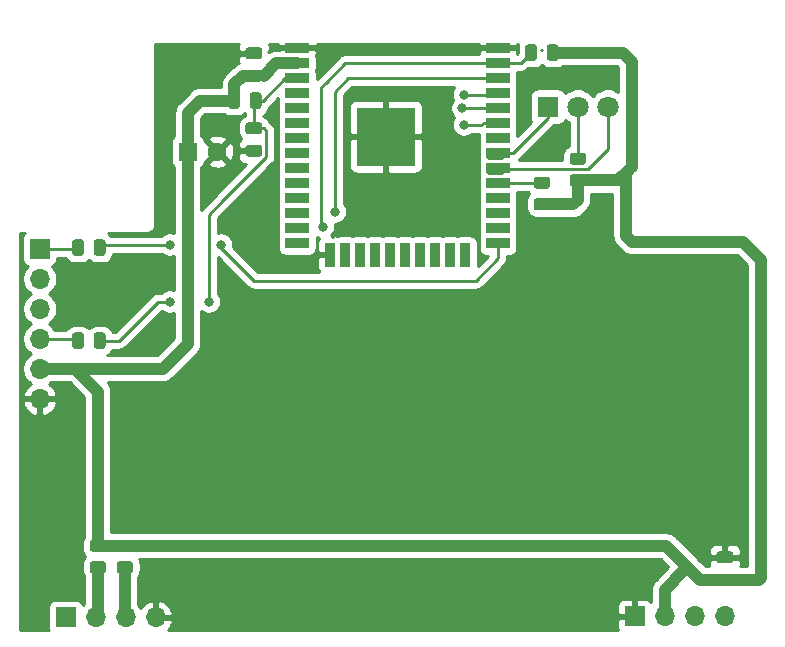
<source format=gbr>
%TF.GenerationSoftware,KiCad,Pcbnew,5.1.9+dfsg1-1*%
%TF.CreationDate,2021-05-25T15:42:46+02:00*%
%TF.ProjectId,vscp-din-wireless-esp32,76736370-2d64-4696-9e2d-776972656c65,rev?*%
%TF.SameCoordinates,Original*%
%TF.FileFunction,Copper,L1,Top*%
%TF.FilePolarity,Positive*%
%FSLAX46Y46*%
G04 Gerber Fmt 4.6, Leading zero omitted, Abs format (unit mm)*
G04 Created by KiCad (PCBNEW 5.1.9+dfsg1-1) date 2021-05-25 15:42:46*
%MOMM*%
%LPD*%
G01*
G04 APERTURE LIST*
%TA.AperFunction,ComponentPad*%
%ADD10C,1.800000*%
%TD*%
%TA.AperFunction,ComponentPad*%
%ADD11R,1.800000X1.800000*%
%TD*%
%TA.AperFunction,SMDPad,CuDef*%
%ADD12R,2.000000X0.900000*%
%TD*%
%TA.AperFunction,SMDPad,CuDef*%
%ADD13R,0.900000X2.000000*%
%TD*%
%TA.AperFunction,SMDPad,CuDef*%
%ADD14R,5.000000X5.000000*%
%TD*%
%TA.AperFunction,ComponentPad*%
%ADD15C,1.600000*%
%TD*%
%TA.AperFunction,ComponentPad*%
%ADD16R,1.600000X1.600000*%
%TD*%
%TA.AperFunction,ComponentPad*%
%ADD17O,1.700000X1.700000*%
%TD*%
%TA.AperFunction,ComponentPad*%
%ADD18R,1.700000X1.700000*%
%TD*%
%TA.AperFunction,ViaPad*%
%ADD19C,0.800000*%
%TD*%
%TA.AperFunction,Conductor*%
%ADD20C,0.250000*%
%TD*%
%TA.AperFunction,Conductor*%
%ADD21C,1.000000*%
%TD*%
%TA.AperFunction,Conductor*%
%ADD22C,0.254000*%
%TD*%
%TA.AperFunction,Conductor*%
%ADD23C,0.100000*%
%TD*%
G04 APERTURE END LIST*
%TO.P,R2,2*%
%TO.N,Net-(D1-Pad2)*%
%TA.AperFunction,SMDPad,CuDef*%
G36*
G01*
X164026001Y-59290000D02*
X163125999Y-59290000D01*
G75*
G02*
X162876000Y-59040001I0J249999D01*
G01*
X162876000Y-58514999D01*
G75*
G02*
X163125999Y-58265000I249999J0D01*
G01*
X164026001Y-58265000D01*
G75*
G02*
X164276000Y-58514999I0J-249999D01*
G01*
X164276000Y-59040001D01*
G75*
G02*
X164026001Y-59290000I-249999J0D01*
G01*
G37*
%TD.AperFunction*%
%TO.P,R2,1*%
%TO.N,VCC*%
%TA.AperFunction,SMDPad,CuDef*%
G36*
G01*
X164026001Y-61115000D02*
X163125999Y-61115000D01*
G75*
G02*
X162876000Y-60865001I0J249999D01*
G01*
X162876000Y-60339999D01*
G75*
G02*
X163125999Y-60090000I249999J0D01*
G01*
X164026001Y-60090000D01*
G75*
G02*
X164276000Y-60339999I0J-249999D01*
G01*
X164276000Y-60865001D01*
G75*
G02*
X164026001Y-61115000I-249999J0D01*
G01*
G37*
%TD.AperFunction*%
%TD*%
D10*
%TO.P,D1,3*%
%TO.N,/leda*%
X166116000Y-54356000D03*
%TO.P,D1,2*%
%TO.N,Net-(D1-Pad2)*%
X163576000Y-54356000D03*
D11*
%TO.P,D1,1*%
%TO.N,/ledb*%
X161036000Y-54356000D03*
%TD*%
D12*
%TO.P,U1,38*%
%TO.N,GND*%
X156820000Y-49396000D03*
%TO.P,U1,37*%
%TO.N,/irq*%
X156820000Y-50666000D03*
%TO.P,U1,36*%
%TO.N,/scl*%
X156820000Y-51936000D03*
%TO.P,U1,35*%
%TO.N,/TXD*%
X156820000Y-53206000D03*
%TO.P,U1,34*%
%TO.N,/RXD*%
X156820000Y-54476000D03*
%TO.P,U1,33*%
%TO.N,/sda*%
X156820000Y-55746000D03*
%TO.P,U1,32*%
%TO.N,Net-(U1-Pad32)*%
X156820000Y-57016000D03*
%TO.P,U1,31*%
%TO.N,/ledb*%
X156820000Y-58286000D03*
%TO.P,U1,30*%
%TO.N,/leda*%
X156820000Y-59556000D03*
%TO.P,U1,29*%
%TO.N,Net-(R1-Pad2)*%
X156820000Y-60826000D03*
%TO.P,U1,28*%
%TO.N,Net-(U1-Pad28)*%
X156820000Y-62096000D03*
%TO.P,U1,27*%
%TO.N,Net-(U1-Pad27)*%
X156820000Y-63366000D03*
%TO.P,U1,26*%
%TO.N,Net-(U1-Pad26)*%
X156820000Y-64636000D03*
%TO.P,U1,25*%
%TO.N,Net-(R5-Pad1)*%
X156820000Y-65906000D03*
D13*
%TO.P,U1,24*%
%TO.N,/gpio2*%
X154035000Y-66906000D03*
%TO.P,U1,23*%
%TO.N,Net-(U1-Pad23)*%
X152765000Y-66906000D03*
%TO.P,U1,22*%
%TO.N,Net-(U1-Pad22)*%
X151495000Y-66906000D03*
%TO.P,U1,21*%
%TO.N,Net-(U1-Pad21)*%
X150225000Y-66906000D03*
%TO.P,U1,20*%
%TO.N,Net-(U1-Pad20)*%
X148955000Y-66906000D03*
%TO.P,U1,19*%
%TO.N,Net-(U1-Pad19)*%
X147685000Y-66906000D03*
%TO.P,U1,18*%
%TO.N,Net-(U1-Pad18)*%
X146415000Y-66906000D03*
%TO.P,U1,17*%
%TO.N,Net-(U1-Pad17)*%
X145145000Y-66906000D03*
%TO.P,U1,16*%
%TO.N,Net-(U1-Pad16)*%
X143875000Y-66906000D03*
%TO.P,U1,15*%
%TO.N,GND*%
X142605000Y-66906000D03*
D12*
%TO.P,U1,14*%
%TO.N,Net-(U1-Pad14)*%
X139820000Y-65906000D03*
%TO.P,U1,13*%
%TO.N,Net-(U1-Pad13)*%
X139820000Y-64636000D03*
%TO.P,U1,12*%
%TO.N,Net-(U1-Pad12)*%
X139820000Y-63366000D03*
%TO.P,U1,11*%
%TO.N,Net-(U1-Pad11)*%
X139820000Y-62096000D03*
%TO.P,U1,10*%
%TO.N,Net-(U1-Pad10)*%
X139820000Y-60826000D03*
%TO.P,U1,9*%
%TO.N,Net-(U1-Pad9)*%
X139820000Y-59556000D03*
%TO.P,U1,8*%
%TO.N,Net-(U1-Pad8)*%
X139820000Y-58286000D03*
%TO.P,U1,7*%
%TO.N,Net-(U1-Pad7)*%
X139820000Y-57016000D03*
%TO.P,U1,6*%
%TO.N,Net-(U1-Pad6)*%
X139820000Y-55746000D03*
%TO.P,U1,5*%
%TO.N,Net-(U1-Pad5)*%
X139820000Y-54476000D03*
%TO.P,U1,4*%
%TO.N,Net-(U1-Pad4)*%
X139820000Y-53206000D03*
%TO.P,U1,3*%
%TO.N,/reset*%
X139820000Y-51936000D03*
%TO.P,U1,2*%
%TO.N,VCC*%
X139820000Y-50666000D03*
%TO.P,U1,1*%
%TO.N,GND*%
X139820000Y-49396000D03*
D14*
%TO.P,U1,39*%
X147320000Y-56896000D03*
%TD*%
%TO.P,R6,2*%
%TO.N,VCC*%
%TA.AperFunction,SMDPad,CuDef*%
G36*
G01*
X160928000Y-50234001D02*
X160928000Y-49333999D01*
G75*
G02*
X161177999Y-49084000I249999J0D01*
G01*
X161703001Y-49084000D01*
G75*
G02*
X161953000Y-49333999I0J-249999D01*
G01*
X161953000Y-50234001D01*
G75*
G02*
X161703001Y-50484000I-249999J0D01*
G01*
X161177999Y-50484000D01*
G75*
G02*
X160928000Y-50234001I0J249999D01*
G01*
G37*
%TD.AperFunction*%
%TO.P,R6,1*%
%TO.N,/irq*%
%TA.AperFunction,SMDPad,CuDef*%
G36*
G01*
X159103000Y-50234001D02*
X159103000Y-49333999D01*
G75*
G02*
X159352999Y-49084000I249999J0D01*
G01*
X159878001Y-49084000D01*
G75*
G02*
X160128000Y-49333999I0J-249999D01*
G01*
X160128000Y-50234001D01*
G75*
G02*
X159878001Y-50484000I-249999J0D01*
G01*
X159352999Y-50484000D01*
G75*
G02*
X159103000Y-50234001I0J249999D01*
G01*
G37*
%TD.AperFunction*%
%TD*%
%TO.P,R8,2*%
%TO.N,VCC*%
%TA.AperFunction,SMDPad,CuDef*%
G36*
G01*
X125672001Y-92056000D02*
X124771999Y-92056000D01*
G75*
G02*
X124522000Y-91806001I0J249999D01*
G01*
X124522000Y-91280999D01*
G75*
G02*
X124771999Y-91031000I249999J0D01*
G01*
X125672001Y-91031000D01*
G75*
G02*
X125922000Y-91280999I0J-249999D01*
G01*
X125922000Y-91806001D01*
G75*
G02*
X125672001Y-92056000I-249999J0D01*
G01*
G37*
%TD.AperFunction*%
%TO.P,R8,1*%
%TO.N,/scl*%
%TA.AperFunction,SMDPad,CuDef*%
G36*
G01*
X125672001Y-93881000D02*
X124771999Y-93881000D01*
G75*
G02*
X124522000Y-93631001I0J249999D01*
G01*
X124522000Y-93105999D01*
G75*
G02*
X124771999Y-92856000I249999J0D01*
G01*
X125672001Y-92856000D01*
G75*
G02*
X125922000Y-93105999I0J-249999D01*
G01*
X125922000Y-93631001D01*
G75*
G02*
X125672001Y-93881000I-249999J0D01*
G01*
G37*
%TD.AperFunction*%
%TD*%
%TO.P,R7,2*%
%TO.N,VCC*%
%TA.AperFunction,SMDPad,CuDef*%
G36*
G01*
X123386001Y-92056000D02*
X122485999Y-92056000D01*
G75*
G02*
X122236000Y-91806001I0J249999D01*
G01*
X122236000Y-91280999D01*
G75*
G02*
X122485999Y-91031000I249999J0D01*
G01*
X123386001Y-91031000D01*
G75*
G02*
X123636000Y-91280999I0J-249999D01*
G01*
X123636000Y-91806001D01*
G75*
G02*
X123386001Y-92056000I-249999J0D01*
G01*
G37*
%TD.AperFunction*%
%TO.P,R7,1*%
%TO.N,/sda*%
%TA.AperFunction,SMDPad,CuDef*%
G36*
G01*
X123386001Y-93881000D02*
X122485999Y-93881000D01*
G75*
G02*
X122236000Y-93631001I0J249999D01*
G01*
X122236000Y-93105999D01*
G75*
G02*
X122485999Y-92856000I249999J0D01*
G01*
X123386001Y-92856000D01*
G75*
G02*
X123636000Y-93105999I0J-249999D01*
G01*
X123636000Y-93631001D01*
G75*
G02*
X123386001Y-93881000I-249999J0D01*
G01*
G37*
%TD.AperFunction*%
%TD*%
%TO.P,R4,2*%
%TO.N,/reset*%
%TA.AperFunction,SMDPad,CuDef*%
G36*
G01*
X135782000Y-54298001D02*
X135782000Y-53397999D01*
G75*
G02*
X136031999Y-53148000I249999J0D01*
G01*
X136557001Y-53148000D01*
G75*
G02*
X136807000Y-53397999I0J-249999D01*
G01*
X136807000Y-54298001D01*
G75*
G02*
X136557001Y-54548000I-249999J0D01*
G01*
X136031999Y-54548000D01*
G75*
G02*
X135782000Y-54298001I0J249999D01*
G01*
G37*
%TD.AperFunction*%
%TO.P,R4,1*%
%TO.N,VCC*%
%TA.AperFunction,SMDPad,CuDef*%
G36*
G01*
X133957000Y-54298001D02*
X133957000Y-53397999D01*
G75*
G02*
X134206999Y-53148000I249999J0D01*
G01*
X134732001Y-53148000D01*
G75*
G02*
X134982000Y-53397999I0J-249999D01*
G01*
X134982000Y-54298001D01*
G75*
G02*
X134732001Y-54548000I-249999J0D01*
G01*
X134206999Y-54548000D01*
G75*
G02*
X133957000Y-54298001I0J249999D01*
G01*
G37*
%TD.AperFunction*%
%TD*%
%TO.P,R5,2*%
%TO.N,/FLASH*%
%TA.AperFunction,SMDPad,CuDef*%
G36*
G01*
X121774000Y-65843999D02*
X121774000Y-66744001D01*
G75*
G02*
X121524001Y-66994000I-249999J0D01*
G01*
X120998999Y-66994000D01*
G75*
G02*
X120749000Y-66744001I0J249999D01*
G01*
X120749000Y-65843999D01*
G75*
G02*
X120998999Y-65594000I249999J0D01*
G01*
X121524001Y-65594000D01*
G75*
G02*
X121774000Y-65843999I0J-249999D01*
G01*
G37*
%TD.AperFunction*%
%TO.P,R5,1*%
%TO.N,Net-(R5-Pad1)*%
%TA.AperFunction,SMDPad,CuDef*%
G36*
G01*
X123599000Y-65843999D02*
X123599000Y-66744001D01*
G75*
G02*
X123349001Y-66994000I-249999J0D01*
G01*
X122823999Y-66994000D01*
G75*
G02*
X122574000Y-66744001I0J249999D01*
G01*
X122574000Y-65843999D01*
G75*
G02*
X122823999Y-65594000I249999J0D01*
G01*
X123349001Y-65594000D01*
G75*
G02*
X123599000Y-65843999I0J-249999D01*
G01*
G37*
%TD.AperFunction*%
%TD*%
%TO.P,R3,2*%
%TO.N,/reset*%
%TA.AperFunction,SMDPad,CuDef*%
G36*
G01*
X122574000Y-74618001D02*
X122574000Y-73717999D01*
G75*
G02*
X122823999Y-73468000I249999J0D01*
G01*
X123349001Y-73468000D01*
G75*
G02*
X123599000Y-73717999I0J-249999D01*
G01*
X123599000Y-74618001D01*
G75*
G02*
X123349001Y-74868000I-249999J0D01*
G01*
X122823999Y-74868000D01*
G75*
G02*
X122574000Y-74618001I0J249999D01*
G01*
G37*
%TD.AperFunction*%
%TO.P,R3,1*%
%TO.N,/RESET*%
%TA.AperFunction,SMDPad,CuDef*%
G36*
G01*
X120749000Y-74618001D02*
X120749000Y-73717999D01*
G75*
G02*
X120998999Y-73468000I249999J0D01*
G01*
X121524001Y-73468000D01*
G75*
G02*
X121774000Y-73717999I0J-249999D01*
G01*
X121774000Y-74618001D01*
G75*
G02*
X121524001Y-74868000I-249999J0D01*
G01*
X120998999Y-74868000D01*
G75*
G02*
X120749000Y-74618001I0J249999D01*
G01*
G37*
%TD.AperFunction*%
%TD*%
%TO.P,R1,2*%
%TO.N,Net-(R1-Pad2)*%
%TA.AperFunction,SMDPad,CuDef*%
G36*
G01*
X160978001Y-61322000D02*
X160077999Y-61322000D01*
G75*
G02*
X159828000Y-61072001I0J249999D01*
G01*
X159828000Y-60546999D01*
G75*
G02*
X160077999Y-60297000I249999J0D01*
G01*
X160978001Y-60297000D01*
G75*
G02*
X161228000Y-60546999I0J-249999D01*
G01*
X161228000Y-61072001D01*
G75*
G02*
X160978001Y-61322000I-249999J0D01*
G01*
G37*
%TD.AperFunction*%
%TO.P,R1,1*%
%TO.N,VCC*%
%TA.AperFunction,SMDPad,CuDef*%
G36*
G01*
X160978001Y-63147000D02*
X160077999Y-63147000D01*
G75*
G02*
X159828000Y-62897001I0J249999D01*
G01*
X159828000Y-62371999D01*
G75*
G02*
X160077999Y-62122000I249999J0D01*
G01*
X160978001Y-62122000D01*
G75*
G02*
X161228000Y-62371999I0J-249999D01*
G01*
X161228000Y-62897001D01*
G75*
G02*
X160978001Y-63147000I-249999J0D01*
G01*
G37*
%TD.AperFunction*%
%TD*%
%TO.P,C4,2*%
%TO.N,GND*%
%TA.AperFunction,SMDPad,CuDef*%
G36*
G01*
X176497000Y-93022000D02*
X175547000Y-93022000D01*
G75*
G02*
X175297000Y-92772000I0J250000D01*
G01*
X175297000Y-92272000D01*
G75*
G02*
X175547000Y-92022000I250000J0D01*
G01*
X176497000Y-92022000D01*
G75*
G02*
X176747000Y-92272000I0J-250000D01*
G01*
X176747000Y-92772000D01*
G75*
G02*
X176497000Y-93022000I-250000J0D01*
G01*
G37*
%TD.AperFunction*%
%TO.P,C4,1*%
%TO.N,VCC*%
%TA.AperFunction,SMDPad,CuDef*%
G36*
G01*
X176497000Y-94922000D02*
X175547000Y-94922000D01*
G75*
G02*
X175297000Y-94672000I0J250000D01*
G01*
X175297000Y-94172000D01*
G75*
G02*
X175547000Y-93922000I250000J0D01*
G01*
X176497000Y-93922000D01*
G75*
G02*
X176747000Y-94172000I0J-250000D01*
G01*
X176747000Y-94672000D01*
G75*
G02*
X176497000Y-94922000I-250000J0D01*
G01*
G37*
%TD.AperFunction*%
%TD*%
%TO.P,C1,2*%
%TO.N,GND*%
%TA.AperFunction,SMDPad,CuDef*%
G36*
G01*
X136619000Y-50350000D02*
X135669000Y-50350000D01*
G75*
G02*
X135419000Y-50100000I0J250000D01*
G01*
X135419000Y-49600000D01*
G75*
G02*
X135669000Y-49350000I250000J0D01*
G01*
X136619000Y-49350000D01*
G75*
G02*
X136869000Y-49600000I0J-250000D01*
G01*
X136869000Y-50100000D01*
G75*
G02*
X136619000Y-50350000I-250000J0D01*
G01*
G37*
%TD.AperFunction*%
%TO.P,C1,1*%
%TO.N,VCC*%
%TA.AperFunction,SMDPad,CuDef*%
G36*
G01*
X136619000Y-52250000D02*
X135669000Y-52250000D01*
G75*
G02*
X135419000Y-52000000I0J250000D01*
G01*
X135419000Y-51500000D01*
G75*
G02*
X135669000Y-51250000I250000J0D01*
G01*
X136619000Y-51250000D01*
G75*
G02*
X136869000Y-51500000I0J-250000D01*
G01*
X136869000Y-52000000D01*
G75*
G02*
X136619000Y-52250000I-250000J0D01*
G01*
G37*
%TD.AperFunction*%
%TD*%
%TO.P,C3,2*%
%TO.N,GND*%
%TA.AperFunction,SMDPad,CuDef*%
G36*
G01*
X135669000Y-57600000D02*
X136619000Y-57600000D01*
G75*
G02*
X136869000Y-57850000I0J-250000D01*
G01*
X136869000Y-58350000D01*
G75*
G02*
X136619000Y-58600000I-250000J0D01*
G01*
X135669000Y-58600000D01*
G75*
G02*
X135419000Y-58350000I0J250000D01*
G01*
X135419000Y-57850000D01*
G75*
G02*
X135669000Y-57600000I250000J0D01*
G01*
G37*
%TD.AperFunction*%
%TO.P,C3,1*%
%TO.N,/reset*%
%TA.AperFunction,SMDPad,CuDef*%
G36*
G01*
X135669000Y-55700000D02*
X136619000Y-55700000D01*
G75*
G02*
X136869000Y-55950000I0J-250000D01*
G01*
X136869000Y-56450000D01*
G75*
G02*
X136619000Y-56700000I-250000J0D01*
G01*
X135669000Y-56700000D01*
G75*
G02*
X135419000Y-56450000I0J250000D01*
G01*
X135419000Y-55950000D01*
G75*
G02*
X135669000Y-55700000I250000J0D01*
G01*
G37*
%TD.AperFunction*%
%TD*%
D15*
%TO.P,C2,2*%
%TO.N,GND*%
X133056000Y-58166000D03*
D16*
%TO.P,C2,1*%
%TO.N,VCC*%
X130556000Y-58166000D03*
%TD*%
D17*
%TO.P,J1,4*%
%TO.N,GND*%
X127820000Y-97600000D03*
%TO.P,J1,3*%
%TO.N,/scl*%
X125280000Y-97600000D03*
%TO.P,J1,2*%
%TO.N,/sda*%
X122740000Y-97600000D03*
D18*
%TO.P,J1,1*%
%TO.N,/irq*%
X120200000Y-97600000D03*
%TD*%
D17*
%TO.P,J2,4*%
%TO.N,Net-(J2-Pad4)*%
X176000000Y-97500000D03*
%TO.P,J2,3*%
%TO.N,Net-(J2-Pad3)*%
X173460000Y-97500000D03*
%TO.P,J2,2*%
%TO.N,VCC*%
X170920000Y-97500000D03*
D18*
%TO.P,J2,1*%
%TO.N,GND*%
X168380000Y-97500000D03*
%TD*%
D17*
%TO.P,J3,6*%
%TO.N,GND*%
X118010600Y-79095000D03*
%TO.P,J3,5*%
%TO.N,VCC*%
X118010600Y-76555000D03*
%TO.P,J3,4*%
%TO.N,/RESET*%
X118010600Y-74015000D03*
%TO.P,J3,3*%
%TO.N,/RXD*%
X118010600Y-71475000D03*
%TO.P,J3,2*%
%TO.N,/TXD*%
X118010600Y-68935000D03*
D18*
%TO.P,J3,1*%
%TO.N,/FLASH*%
X118010600Y-66395000D03*
%TD*%
D19*
%TO.N,GND*%
X151638000Y-57912000D03*
X133096000Y-50038000D03*
X142240000Y-50038000D03*
X173736000Y-90932000D03*
X127762000Y-73914000D03*
X124714000Y-70104000D03*
X160274000Y-58166000D03*
X166370000Y-51562000D03*
X137668000Y-55118000D03*
X132588000Y-60706000D03*
X133858000Y-69342000D03*
%TO.N,/reset*%
X132334000Y-70866000D03*
X129032000Y-70866000D03*
%TO.N,/sda*%
X153924000Y-55880000D03*
%TO.N,/scl*%
X143002000Y-63246000D03*
%TO.N,/TXD*%
X153924000Y-53340000D03*
%TO.N,/RXD*%
X153804000Y-54476000D03*
%TO.N,/irq*%
X141986000Y-64516000D03*
%TO.N,Net-(R5-Pad1)*%
X133350000Y-66040000D03*
X129032000Y-66040000D03*
%TD*%
D20*
%TO.N,*%
X160528000Y-49530000D02*
X160453010Y-49530000D01*
D21*
%TO.N,VCC*%
X134469500Y-52474500D02*
X134469500Y-53848000D01*
X135194000Y-51750000D02*
X134469500Y-52474500D01*
D20*
X136144000Y-51750000D02*
X136972000Y-51750000D01*
D21*
X138056000Y-50666000D02*
X139820000Y-50666000D01*
X136972000Y-51750000D02*
X138056000Y-50666000D01*
X136144000Y-51750000D02*
X135570000Y-51750000D01*
D20*
X135570000Y-51750000D02*
X135194000Y-51750000D01*
D21*
X130556000Y-58166000D02*
X130556000Y-54864000D01*
X131572000Y-53848000D02*
X134469500Y-53848000D01*
X130556000Y-54864000D02*
X131572000Y-53848000D01*
X161440500Y-49784000D02*
X167386000Y-49784000D01*
X167386000Y-49784000D02*
X168148000Y-50546000D01*
X168148000Y-50546000D02*
X168148000Y-59436000D01*
X166981500Y-60602500D02*
X163576000Y-60602500D01*
X176022000Y-94422000D02*
X178882000Y-94422000D01*
X178882000Y-94422000D02*
X179070000Y-94234000D01*
X179070000Y-94234000D02*
X179070000Y-67310000D01*
X179070000Y-67310000D02*
X177546000Y-65786000D01*
X177546000Y-65786000D02*
X168148000Y-65786000D01*
X168148000Y-65786000D02*
X167640000Y-65278000D01*
X167640000Y-59944000D02*
X167894000Y-59690000D01*
X167640000Y-65278000D02*
X167640000Y-59944000D01*
X167894000Y-59690000D02*
X166981500Y-60602500D01*
D20*
X168148000Y-59436000D02*
X167894000Y-59690000D01*
D21*
X160528000Y-62634500D02*
X163171500Y-62634500D01*
X163576000Y-62230000D02*
X163576000Y-60602500D01*
X163171500Y-62634500D02*
X163576000Y-62230000D01*
X122936000Y-91543500D02*
X125222000Y-91543500D01*
X125222000Y-91543500D02*
X171045500Y-91543500D01*
X173924000Y-94422000D02*
X176022000Y-94422000D01*
X122936000Y-91543500D02*
X122936000Y-78486000D01*
X121005000Y-76555000D02*
X118010600Y-76555000D01*
X122936000Y-78486000D02*
X121005000Y-76555000D01*
X121005000Y-76555000D02*
X128423000Y-76555000D01*
X130556000Y-74422000D02*
X130556000Y-58166000D01*
X128423000Y-76555000D02*
X130556000Y-74422000D01*
X170920000Y-97500000D02*
X170920000Y-95272000D01*
X172593000Y-93599000D02*
X173101000Y-93599000D01*
X170920000Y-95272000D02*
X172593000Y-93599000D01*
X173101000Y-93599000D02*
X173924000Y-94422000D01*
X171045500Y-91543500D02*
X173101000Y-93599000D01*
D20*
%TO.N,/reset*%
X138818000Y-51936000D02*
X139820000Y-51936000D01*
X136906000Y-53848000D02*
X138818000Y-51936000D01*
X136294500Y-53848000D02*
X136906000Y-53848000D01*
X136144000Y-53998500D02*
X136294500Y-53848000D01*
X136144000Y-56200000D02*
X136144000Y-53998500D01*
X123086500Y-74168000D02*
X124714000Y-74168000D01*
X128016000Y-70866000D02*
X129032000Y-70866000D01*
X124714000Y-74168000D02*
X128016000Y-70866000D01*
X132334000Y-63500000D02*
X132334000Y-70866000D01*
X133552190Y-62230000D02*
X132334000Y-63500000D01*
X137194010Y-58588180D02*
X133552190Y-62230000D01*
X137194010Y-56422010D02*
X137194010Y-58588180D01*
X136972000Y-56200000D02*
X137194010Y-56422010D01*
X136144000Y-56200000D02*
X136972000Y-56200000D01*
%TO.N,/leda*%
X155938000Y-59944000D02*
X157188000Y-59944000D01*
X156879010Y-59615010D02*
X164412990Y-59615010D01*
X156820000Y-59556000D02*
X156879010Y-59615010D01*
X166116000Y-57912000D02*
X166116000Y-54356000D01*
X164412990Y-59615010D02*
X166116000Y-57912000D01*
%TO.N,/ledb*%
X155938000Y-58674000D02*
X157188000Y-58674000D01*
X161036000Y-55320000D02*
X161036000Y-54356000D01*
X158070000Y-58286000D02*
X161036000Y-55320000D01*
X156820000Y-58286000D02*
X158070000Y-58286000D01*
D21*
%TO.N,/sda*%
X122936000Y-97404000D02*
X122740000Y-97600000D01*
X122936000Y-93368500D02*
X122936000Y-97404000D01*
D20*
X155436000Y-55880000D02*
X153924000Y-55880000D01*
X155570000Y-55746000D02*
X155436000Y-55880000D01*
X156820000Y-55746000D02*
X155570000Y-55746000D01*
D21*
%TO.N,/scl*%
X125222000Y-97542000D02*
X125280000Y-97600000D01*
X125222000Y-93368500D02*
X125222000Y-97542000D01*
D20*
X156820000Y-51936000D02*
X144152000Y-51936000D01*
X143002000Y-53086000D02*
X143002000Y-63246000D01*
X144152000Y-51936000D02*
X143002000Y-53086000D01*
%TO.N,/FLASH*%
X121160500Y-66395000D02*
X121261500Y-66294000D01*
X118010600Y-66395000D02*
X121160500Y-66395000D01*
%TO.N,/TXD*%
X156686000Y-53340000D02*
X156820000Y-53206000D01*
X153924000Y-53340000D02*
X156686000Y-53340000D01*
%TO.N,/RXD*%
X153804000Y-54476000D02*
X156820000Y-54476000D01*
%TO.N,/RESET*%
X121108500Y-74015000D02*
X121261500Y-74168000D01*
X118010600Y-74015000D02*
X121108500Y-74015000D01*
%TO.N,Net-(R1-Pad2)*%
X160511500Y-60826000D02*
X160528000Y-60809500D01*
X156820000Y-60826000D02*
X160511500Y-60826000D01*
%TO.N,/irq*%
X158733500Y-50666000D02*
X159615500Y-49784000D01*
X156820000Y-50666000D02*
X158733500Y-50666000D01*
X156820000Y-50666000D02*
X143898000Y-50666000D01*
X143898000Y-50666000D02*
X142240000Y-52324000D01*
X141829999Y-64359999D02*
X141986000Y-64516000D01*
X141829999Y-52734001D02*
X141829999Y-64359999D01*
X142240000Y-52324000D02*
X141829999Y-52734001D01*
%TO.N,Net-(D1-Pad2)*%
X163576000Y-58777500D02*
X163576000Y-54356000D01*
%TO.N,Net-(R5-Pad1)*%
X156820000Y-65906000D02*
X156820000Y-67208000D01*
X156820000Y-67208000D02*
X154940000Y-69088000D01*
X154940000Y-69088000D02*
X136144000Y-69088000D01*
X133350000Y-66294000D02*
X133350000Y-66040000D01*
X136144000Y-69088000D02*
X133350000Y-66294000D01*
X123340500Y-66040000D02*
X123086500Y-66294000D01*
X129032000Y-66040000D02*
X123340500Y-66040000D01*
%TD*%
D22*
%TO.N,GND*%
X171241868Y-93345000D02*
X170156860Y-94430009D01*
X170113552Y-94465551D01*
X169971717Y-94638377D01*
X169929384Y-94717577D01*
X169866324Y-94835554D01*
X169801423Y-95049502D01*
X169779509Y-95272000D01*
X169785001Y-95327761D01*
X169785001Y-96341273D01*
X169760537Y-96295506D01*
X169681185Y-96198815D01*
X169584494Y-96119463D01*
X169474180Y-96060498D01*
X169354482Y-96024188D01*
X169230000Y-96011928D01*
X168665750Y-96015000D01*
X168507000Y-96173750D01*
X168507000Y-97373000D01*
X168527000Y-97373000D01*
X168527000Y-97627000D01*
X168507000Y-97627000D01*
X168507000Y-97647000D01*
X168253000Y-97647000D01*
X168253000Y-97627000D01*
X167053750Y-97627000D01*
X166895000Y-97785750D01*
X166891928Y-98350000D01*
X166904188Y-98474482D01*
X166940498Y-98594180D01*
X166985836Y-98679000D01*
X128837024Y-98679000D01*
X129015178Y-98481355D01*
X129164157Y-98231252D01*
X129261481Y-97956891D01*
X129140814Y-97727000D01*
X127947000Y-97727000D01*
X127947000Y-97747000D01*
X127693000Y-97747000D01*
X127693000Y-97727000D01*
X127673000Y-97727000D01*
X127673000Y-97473000D01*
X127693000Y-97473000D01*
X127693000Y-96279845D01*
X127947000Y-96279845D01*
X127947000Y-97473000D01*
X129140814Y-97473000D01*
X129261481Y-97243109D01*
X129164157Y-96968748D01*
X129015178Y-96718645D01*
X128953303Y-96650000D01*
X166891928Y-96650000D01*
X166895000Y-97214250D01*
X167053750Y-97373000D01*
X168253000Y-97373000D01*
X168253000Y-96173750D01*
X168094250Y-96015000D01*
X167530000Y-96011928D01*
X167405518Y-96024188D01*
X167285820Y-96060498D01*
X167175506Y-96119463D01*
X167078815Y-96198815D01*
X166999463Y-96295506D01*
X166940498Y-96405820D01*
X166904188Y-96525518D01*
X166891928Y-96650000D01*
X128953303Y-96650000D01*
X128820269Y-96502412D01*
X128586920Y-96328359D01*
X128324099Y-96203175D01*
X128176890Y-96158524D01*
X127947000Y-96279845D01*
X127693000Y-96279845D01*
X127463110Y-96158524D01*
X127315901Y-96203175D01*
X127053080Y-96328359D01*
X126819731Y-96502412D01*
X126624822Y-96718645D01*
X126555195Y-96835534D01*
X126433475Y-96653368D01*
X126357000Y-96576893D01*
X126357000Y-94189461D01*
X126410405Y-94124387D01*
X126492472Y-93970851D01*
X126543008Y-93804255D01*
X126560072Y-93631001D01*
X126560072Y-93105999D01*
X126543008Y-92932745D01*
X126492472Y-92766149D01*
X126445622Y-92678500D01*
X170575369Y-92678500D01*
X171241868Y-93345000D01*
%TA.AperFunction,Conductor*%
D23*
G36*
X171241868Y-93345000D02*
G01*
X170156860Y-94430009D01*
X170113552Y-94465551D01*
X169971717Y-94638377D01*
X169929384Y-94717577D01*
X169866324Y-94835554D01*
X169801423Y-95049502D01*
X169779509Y-95272000D01*
X169785001Y-95327761D01*
X169785001Y-96341273D01*
X169760537Y-96295506D01*
X169681185Y-96198815D01*
X169584494Y-96119463D01*
X169474180Y-96060498D01*
X169354482Y-96024188D01*
X169230000Y-96011928D01*
X168665750Y-96015000D01*
X168507000Y-96173750D01*
X168507000Y-97373000D01*
X168527000Y-97373000D01*
X168527000Y-97627000D01*
X168507000Y-97627000D01*
X168507000Y-97647000D01*
X168253000Y-97647000D01*
X168253000Y-97627000D01*
X167053750Y-97627000D01*
X166895000Y-97785750D01*
X166891928Y-98350000D01*
X166904188Y-98474482D01*
X166940498Y-98594180D01*
X166985836Y-98679000D01*
X128837024Y-98679000D01*
X129015178Y-98481355D01*
X129164157Y-98231252D01*
X129261481Y-97956891D01*
X129140814Y-97727000D01*
X127947000Y-97727000D01*
X127947000Y-97747000D01*
X127693000Y-97747000D01*
X127693000Y-97727000D01*
X127673000Y-97727000D01*
X127673000Y-97473000D01*
X127693000Y-97473000D01*
X127693000Y-96279845D01*
X127947000Y-96279845D01*
X127947000Y-97473000D01*
X129140814Y-97473000D01*
X129261481Y-97243109D01*
X129164157Y-96968748D01*
X129015178Y-96718645D01*
X128953303Y-96650000D01*
X166891928Y-96650000D01*
X166895000Y-97214250D01*
X167053750Y-97373000D01*
X168253000Y-97373000D01*
X168253000Y-96173750D01*
X168094250Y-96015000D01*
X167530000Y-96011928D01*
X167405518Y-96024188D01*
X167285820Y-96060498D01*
X167175506Y-96119463D01*
X167078815Y-96198815D01*
X166999463Y-96295506D01*
X166940498Y-96405820D01*
X166904188Y-96525518D01*
X166891928Y-96650000D01*
X128953303Y-96650000D01*
X128820269Y-96502412D01*
X128586920Y-96328359D01*
X128324099Y-96203175D01*
X128176890Y-96158524D01*
X127947000Y-96279845D01*
X127693000Y-96279845D01*
X127463110Y-96158524D01*
X127315901Y-96203175D01*
X127053080Y-96328359D01*
X126819731Y-96502412D01*
X126624822Y-96718645D01*
X126555195Y-96835534D01*
X126433475Y-96653368D01*
X126357000Y-96576893D01*
X126357000Y-94189461D01*
X126410405Y-94124387D01*
X126492472Y-93970851D01*
X126543008Y-93804255D01*
X126560072Y-93631001D01*
X126560072Y-93105999D01*
X126543008Y-92932745D01*
X126492472Y-92766149D01*
X126445622Y-92678500D01*
X170575369Y-92678500D01*
X171241868Y-93345000D01*
G37*
%TD.AperFunction*%
D22*
X116709415Y-65093815D02*
X116630063Y-65190506D01*
X116571098Y-65300820D01*
X116534788Y-65420518D01*
X116522528Y-65545000D01*
X116522528Y-67245000D01*
X116534788Y-67369482D01*
X116571098Y-67489180D01*
X116630063Y-67599494D01*
X116709415Y-67696185D01*
X116806106Y-67775537D01*
X116916420Y-67834502D01*
X116988980Y-67856513D01*
X116857125Y-67988368D01*
X116694610Y-68231589D01*
X116582668Y-68501842D01*
X116525600Y-68788740D01*
X116525600Y-69081260D01*
X116582668Y-69368158D01*
X116694610Y-69638411D01*
X116857125Y-69881632D01*
X117063968Y-70088475D01*
X117238360Y-70205000D01*
X117063968Y-70321525D01*
X116857125Y-70528368D01*
X116694610Y-70771589D01*
X116582668Y-71041842D01*
X116525600Y-71328740D01*
X116525600Y-71621260D01*
X116582668Y-71908158D01*
X116694610Y-72178411D01*
X116857125Y-72421632D01*
X117063968Y-72628475D01*
X117238360Y-72745000D01*
X117063968Y-72861525D01*
X116857125Y-73068368D01*
X116694610Y-73311589D01*
X116582668Y-73581842D01*
X116525600Y-73868740D01*
X116525600Y-74161260D01*
X116582668Y-74448158D01*
X116694610Y-74718411D01*
X116857125Y-74961632D01*
X117063968Y-75168475D01*
X117238360Y-75285000D01*
X117063968Y-75401525D01*
X116857125Y-75608368D01*
X116694610Y-75851589D01*
X116582668Y-76121842D01*
X116525600Y-76408740D01*
X116525600Y-76701260D01*
X116582668Y-76988158D01*
X116694610Y-77258411D01*
X116857125Y-77501632D01*
X117063968Y-77708475D01*
X117246134Y-77830195D01*
X117129245Y-77899822D01*
X116913012Y-78094731D01*
X116738959Y-78328080D01*
X116613775Y-78590901D01*
X116569124Y-78738110D01*
X116690445Y-78968000D01*
X117883600Y-78968000D01*
X117883600Y-78948000D01*
X118137600Y-78948000D01*
X118137600Y-78968000D01*
X119330755Y-78968000D01*
X119452076Y-78738110D01*
X119407425Y-78590901D01*
X119282241Y-78328080D01*
X119108188Y-78094731D01*
X118891955Y-77899822D01*
X118775066Y-77830195D01*
X118957232Y-77708475D01*
X118975707Y-77690000D01*
X120534869Y-77690000D01*
X121801001Y-78956133D01*
X121801000Y-90722539D01*
X121747595Y-90787613D01*
X121665528Y-90941149D01*
X121614992Y-91107745D01*
X121597928Y-91280999D01*
X121597928Y-91806001D01*
X121614992Y-91979255D01*
X121665528Y-92145851D01*
X121747595Y-92299387D01*
X121858038Y-92433962D01*
X121884891Y-92456000D01*
X121858038Y-92478038D01*
X121747595Y-92612613D01*
X121665528Y-92766149D01*
X121614992Y-92932745D01*
X121597928Y-93105999D01*
X121597928Y-93631001D01*
X121614992Y-93804255D01*
X121665528Y-93970851D01*
X121747595Y-94124387D01*
X121801000Y-94189461D01*
X121801001Y-96441425D01*
X121793368Y-96446525D01*
X121661513Y-96578380D01*
X121639502Y-96505820D01*
X121580537Y-96395506D01*
X121501185Y-96298815D01*
X121404494Y-96219463D01*
X121294180Y-96160498D01*
X121174482Y-96124188D01*
X121050000Y-96111928D01*
X119350000Y-96111928D01*
X119225518Y-96124188D01*
X119105820Y-96160498D01*
X118995506Y-96219463D01*
X118898815Y-96298815D01*
X118819463Y-96395506D01*
X118760498Y-96505820D01*
X118724188Y-96625518D01*
X118711928Y-96750000D01*
X118711928Y-98450000D01*
X118724188Y-98574482D01*
X118755893Y-98679000D01*
X116360000Y-98679000D01*
X116360000Y-79451890D01*
X116569124Y-79451890D01*
X116613775Y-79599099D01*
X116738959Y-79861920D01*
X116913012Y-80095269D01*
X117129245Y-80290178D01*
X117379348Y-80439157D01*
X117653709Y-80536481D01*
X117883600Y-80415814D01*
X117883600Y-79222000D01*
X118137600Y-79222000D01*
X118137600Y-80415814D01*
X118367491Y-80536481D01*
X118641852Y-80439157D01*
X118891955Y-80290178D01*
X119108188Y-80095269D01*
X119282241Y-79861920D01*
X119407425Y-79599099D01*
X119452076Y-79451890D01*
X119330755Y-79222000D01*
X118137600Y-79222000D01*
X117883600Y-79222000D01*
X116690445Y-79222000D01*
X116569124Y-79451890D01*
X116360000Y-79451890D01*
X116360000Y-65060000D01*
X116750619Y-65060000D01*
X116709415Y-65093815D01*
%TA.AperFunction,Conductor*%
D23*
G36*
X116709415Y-65093815D02*
G01*
X116630063Y-65190506D01*
X116571098Y-65300820D01*
X116534788Y-65420518D01*
X116522528Y-65545000D01*
X116522528Y-67245000D01*
X116534788Y-67369482D01*
X116571098Y-67489180D01*
X116630063Y-67599494D01*
X116709415Y-67696185D01*
X116806106Y-67775537D01*
X116916420Y-67834502D01*
X116988980Y-67856513D01*
X116857125Y-67988368D01*
X116694610Y-68231589D01*
X116582668Y-68501842D01*
X116525600Y-68788740D01*
X116525600Y-69081260D01*
X116582668Y-69368158D01*
X116694610Y-69638411D01*
X116857125Y-69881632D01*
X117063968Y-70088475D01*
X117238360Y-70205000D01*
X117063968Y-70321525D01*
X116857125Y-70528368D01*
X116694610Y-70771589D01*
X116582668Y-71041842D01*
X116525600Y-71328740D01*
X116525600Y-71621260D01*
X116582668Y-71908158D01*
X116694610Y-72178411D01*
X116857125Y-72421632D01*
X117063968Y-72628475D01*
X117238360Y-72745000D01*
X117063968Y-72861525D01*
X116857125Y-73068368D01*
X116694610Y-73311589D01*
X116582668Y-73581842D01*
X116525600Y-73868740D01*
X116525600Y-74161260D01*
X116582668Y-74448158D01*
X116694610Y-74718411D01*
X116857125Y-74961632D01*
X117063968Y-75168475D01*
X117238360Y-75285000D01*
X117063968Y-75401525D01*
X116857125Y-75608368D01*
X116694610Y-75851589D01*
X116582668Y-76121842D01*
X116525600Y-76408740D01*
X116525600Y-76701260D01*
X116582668Y-76988158D01*
X116694610Y-77258411D01*
X116857125Y-77501632D01*
X117063968Y-77708475D01*
X117246134Y-77830195D01*
X117129245Y-77899822D01*
X116913012Y-78094731D01*
X116738959Y-78328080D01*
X116613775Y-78590901D01*
X116569124Y-78738110D01*
X116690445Y-78968000D01*
X117883600Y-78968000D01*
X117883600Y-78948000D01*
X118137600Y-78948000D01*
X118137600Y-78968000D01*
X119330755Y-78968000D01*
X119452076Y-78738110D01*
X119407425Y-78590901D01*
X119282241Y-78328080D01*
X119108188Y-78094731D01*
X118891955Y-77899822D01*
X118775066Y-77830195D01*
X118957232Y-77708475D01*
X118975707Y-77690000D01*
X120534869Y-77690000D01*
X121801001Y-78956133D01*
X121801000Y-90722539D01*
X121747595Y-90787613D01*
X121665528Y-90941149D01*
X121614992Y-91107745D01*
X121597928Y-91280999D01*
X121597928Y-91806001D01*
X121614992Y-91979255D01*
X121665528Y-92145851D01*
X121747595Y-92299387D01*
X121858038Y-92433962D01*
X121884891Y-92456000D01*
X121858038Y-92478038D01*
X121747595Y-92612613D01*
X121665528Y-92766149D01*
X121614992Y-92932745D01*
X121597928Y-93105999D01*
X121597928Y-93631001D01*
X121614992Y-93804255D01*
X121665528Y-93970851D01*
X121747595Y-94124387D01*
X121801000Y-94189461D01*
X121801001Y-96441425D01*
X121793368Y-96446525D01*
X121661513Y-96578380D01*
X121639502Y-96505820D01*
X121580537Y-96395506D01*
X121501185Y-96298815D01*
X121404494Y-96219463D01*
X121294180Y-96160498D01*
X121174482Y-96124188D01*
X121050000Y-96111928D01*
X119350000Y-96111928D01*
X119225518Y-96124188D01*
X119105820Y-96160498D01*
X118995506Y-96219463D01*
X118898815Y-96298815D01*
X118819463Y-96395506D01*
X118760498Y-96505820D01*
X118724188Y-96625518D01*
X118711928Y-96750000D01*
X118711928Y-98450000D01*
X118724188Y-98574482D01*
X118755893Y-98679000D01*
X116360000Y-98679000D01*
X116360000Y-79451890D01*
X116569124Y-79451890D01*
X116613775Y-79599099D01*
X116738959Y-79861920D01*
X116913012Y-80095269D01*
X117129245Y-80290178D01*
X117379348Y-80439157D01*
X117653709Y-80536481D01*
X117883600Y-80415814D01*
X117883600Y-79222000D01*
X118137600Y-79222000D01*
X118137600Y-80415814D01*
X118367491Y-80536481D01*
X118641852Y-80439157D01*
X118891955Y-80290178D01*
X119108188Y-80095269D01*
X119282241Y-79861920D01*
X119407425Y-79599099D01*
X119452076Y-79451890D01*
X119330755Y-79222000D01*
X118137600Y-79222000D01*
X117883600Y-79222000D01*
X116690445Y-79222000D01*
X116569124Y-79451890D01*
X116360000Y-79451890D01*
X116360000Y-65060000D01*
X116750619Y-65060000D01*
X116709415Y-65093815D01*
G37*
%TD.AperFunction*%
D22*
X159450038Y-61699962D02*
X159476891Y-61722000D01*
X159450038Y-61744038D01*
X159339595Y-61878613D01*
X159257528Y-62032149D01*
X159206992Y-62198745D01*
X159189928Y-62371999D01*
X159189928Y-62897001D01*
X159206992Y-63070255D01*
X159257528Y-63236851D01*
X159339595Y-63390387D01*
X159450038Y-63524962D01*
X159584613Y-63635405D01*
X159738149Y-63717472D01*
X159904745Y-63768008D01*
X160077999Y-63785072D01*
X160978001Y-63785072D01*
X161136106Y-63769500D01*
X163115749Y-63769500D01*
X163171500Y-63774991D01*
X163227251Y-63769500D01*
X163227252Y-63769500D01*
X163393999Y-63753077D01*
X163607947Y-63688176D01*
X163805123Y-63582784D01*
X163977949Y-63440949D01*
X164013496Y-63397635D01*
X164339135Y-63071996D01*
X164382449Y-63036449D01*
X164524284Y-62863623D01*
X164629676Y-62666447D01*
X164694577Y-62452499D01*
X164711000Y-62285752D01*
X164711000Y-62285743D01*
X164716490Y-62230001D01*
X164711000Y-62174259D01*
X164711000Y-61737500D01*
X166505001Y-61737500D01*
X166505000Y-65222248D01*
X166499509Y-65278000D01*
X166505000Y-65333751D01*
X166521423Y-65500498D01*
X166586324Y-65714446D01*
X166691716Y-65911623D01*
X166833551Y-66084449D01*
X166876865Y-66119996D01*
X167306004Y-66549135D01*
X167341551Y-66592449D01*
X167514377Y-66734284D01*
X167711553Y-66839676D01*
X167925501Y-66904577D01*
X168092248Y-66921000D01*
X168092257Y-66921000D01*
X168147999Y-66926490D01*
X168203741Y-66921000D01*
X177075869Y-66921000D01*
X177935001Y-67780133D01*
X177935000Y-93287000D01*
X177325373Y-93287000D01*
X177336502Y-93266180D01*
X177372812Y-93146482D01*
X177385072Y-93022000D01*
X177382000Y-92807750D01*
X177223250Y-92649000D01*
X176149000Y-92649000D01*
X176149000Y-92669000D01*
X175895000Y-92669000D01*
X175895000Y-92649000D01*
X174820750Y-92649000D01*
X174662000Y-92807750D01*
X174658928Y-93022000D01*
X174671188Y-93146482D01*
X174707498Y-93266180D01*
X174718627Y-93287000D01*
X174394132Y-93287000D01*
X173942995Y-92835864D01*
X173907449Y-92792551D01*
X173864141Y-92757009D01*
X173129132Y-92022000D01*
X174658928Y-92022000D01*
X174662000Y-92236250D01*
X174820750Y-92395000D01*
X175895000Y-92395000D01*
X175895000Y-91545750D01*
X176149000Y-91545750D01*
X176149000Y-92395000D01*
X177223250Y-92395000D01*
X177382000Y-92236250D01*
X177385072Y-92022000D01*
X177372812Y-91897518D01*
X177336502Y-91777820D01*
X177277537Y-91667506D01*
X177198185Y-91570815D01*
X177101494Y-91491463D01*
X176991180Y-91432498D01*
X176871482Y-91396188D01*
X176747000Y-91383928D01*
X176307750Y-91387000D01*
X176149000Y-91545750D01*
X175895000Y-91545750D01*
X175736250Y-91387000D01*
X175297000Y-91383928D01*
X175172518Y-91396188D01*
X175052820Y-91432498D01*
X174942506Y-91491463D01*
X174845815Y-91570815D01*
X174766463Y-91667506D01*
X174707498Y-91777820D01*
X174671188Y-91897518D01*
X174658928Y-92022000D01*
X173129132Y-92022000D01*
X171887496Y-90780365D01*
X171851949Y-90737051D01*
X171679123Y-90595216D01*
X171481947Y-90489824D01*
X171267999Y-90424923D01*
X171101252Y-90408500D01*
X171101251Y-90408500D01*
X171045500Y-90403009D01*
X170989749Y-90408500D01*
X125830106Y-90408500D01*
X125672001Y-90392928D01*
X124771999Y-90392928D01*
X124613894Y-90408500D01*
X124071000Y-90408500D01*
X124071000Y-78541741D01*
X124076490Y-78485999D01*
X124071000Y-78430257D01*
X124071000Y-78430248D01*
X124054577Y-78263501D01*
X123989676Y-78049553D01*
X123884284Y-77852377D01*
X123751024Y-77690000D01*
X128367249Y-77690000D01*
X128423000Y-77695491D01*
X128478751Y-77690000D01*
X128478752Y-77690000D01*
X128645499Y-77673577D01*
X128859447Y-77608676D01*
X129056623Y-77503284D01*
X129229449Y-77361449D01*
X129264996Y-77318136D01*
X131319146Y-75263987D01*
X131362449Y-75228449D01*
X131445651Y-75127068D01*
X131504284Y-75055623D01*
X131609676Y-74858447D01*
X131674577Y-74644499D01*
X131696491Y-74422000D01*
X131691000Y-74366248D01*
X131691000Y-71681145D01*
X131843744Y-71783205D01*
X132032102Y-71861226D01*
X132232061Y-71901000D01*
X132435939Y-71901000D01*
X132635898Y-71861226D01*
X132824256Y-71783205D01*
X132993774Y-71669937D01*
X133137937Y-71525774D01*
X133251205Y-71356256D01*
X133329226Y-71167898D01*
X133369000Y-70967939D01*
X133369000Y-70764061D01*
X133329226Y-70564102D01*
X133251205Y-70375744D01*
X133137937Y-70206226D01*
X133094000Y-70162289D01*
X133094000Y-67112801D01*
X135580201Y-69599003D01*
X135603999Y-69628001D01*
X135719724Y-69722974D01*
X135851753Y-69793546D01*
X135995014Y-69837003D01*
X136106667Y-69848000D01*
X136106675Y-69848000D01*
X136144000Y-69851676D01*
X136181325Y-69848000D01*
X154902678Y-69848000D01*
X154940000Y-69851676D01*
X154977322Y-69848000D01*
X154977333Y-69848000D01*
X155088986Y-69837003D01*
X155232247Y-69793546D01*
X155364276Y-69722974D01*
X155480001Y-69628001D01*
X155503803Y-69598998D01*
X157331008Y-67771795D01*
X157360001Y-67748001D01*
X157383795Y-67719008D01*
X157383799Y-67719004D01*
X157454973Y-67632277D01*
X157455083Y-67632072D01*
X157525546Y-67500247D01*
X157569003Y-67356986D01*
X157580000Y-67245333D01*
X157580000Y-67245324D01*
X157583676Y-67208001D01*
X157580000Y-67170678D01*
X157580000Y-66994072D01*
X157820000Y-66994072D01*
X157944482Y-66981812D01*
X158064180Y-66945502D01*
X158174494Y-66886537D01*
X158271185Y-66807185D01*
X158350537Y-66710494D01*
X158409502Y-66600180D01*
X158445812Y-66480482D01*
X158458072Y-66356000D01*
X158458072Y-65456000D01*
X158445812Y-65331518D01*
X158427454Y-65271000D01*
X158445812Y-65210482D01*
X158458072Y-65086000D01*
X158458072Y-64186000D01*
X158445812Y-64061518D01*
X158427454Y-64001000D01*
X158445812Y-63940482D01*
X158458072Y-63816000D01*
X158458072Y-62916000D01*
X158445812Y-62791518D01*
X158427454Y-62731000D01*
X158445812Y-62670482D01*
X158458072Y-62546000D01*
X158458072Y-61646000D01*
X158452163Y-61586000D01*
X159356512Y-61586000D01*
X159450038Y-61699962D01*
%TA.AperFunction,Conductor*%
D23*
G36*
X159450038Y-61699962D02*
G01*
X159476891Y-61722000D01*
X159450038Y-61744038D01*
X159339595Y-61878613D01*
X159257528Y-62032149D01*
X159206992Y-62198745D01*
X159189928Y-62371999D01*
X159189928Y-62897001D01*
X159206992Y-63070255D01*
X159257528Y-63236851D01*
X159339595Y-63390387D01*
X159450038Y-63524962D01*
X159584613Y-63635405D01*
X159738149Y-63717472D01*
X159904745Y-63768008D01*
X160077999Y-63785072D01*
X160978001Y-63785072D01*
X161136106Y-63769500D01*
X163115749Y-63769500D01*
X163171500Y-63774991D01*
X163227251Y-63769500D01*
X163227252Y-63769500D01*
X163393999Y-63753077D01*
X163607947Y-63688176D01*
X163805123Y-63582784D01*
X163977949Y-63440949D01*
X164013496Y-63397635D01*
X164339135Y-63071996D01*
X164382449Y-63036449D01*
X164524284Y-62863623D01*
X164629676Y-62666447D01*
X164694577Y-62452499D01*
X164711000Y-62285752D01*
X164711000Y-62285743D01*
X164716490Y-62230001D01*
X164711000Y-62174259D01*
X164711000Y-61737500D01*
X166505001Y-61737500D01*
X166505000Y-65222248D01*
X166499509Y-65278000D01*
X166505000Y-65333751D01*
X166521423Y-65500498D01*
X166586324Y-65714446D01*
X166691716Y-65911623D01*
X166833551Y-66084449D01*
X166876865Y-66119996D01*
X167306004Y-66549135D01*
X167341551Y-66592449D01*
X167514377Y-66734284D01*
X167711553Y-66839676D01*
X167925501Y-66904577D01*
X168092248Y-66921000D01*
X168092257Y-66921000D01*
X168147999Y-66926490D01*
X168203741Y-66921000D01*
X177075869Y-66921000D01*
X177935001Y-67780133D01*
X177935000Y-93287000D01*
X177325373Y-93287000D01*
X177336502Y-93266180D01*
X177372812Y-93146482D01*
X177385072Y-93022000D01*
X177382000Y-92807750D01*
X177223250Y-92649000D01*
X176149000Y-92649000D01*
X176149000Y-92669000D01*
X175895000Y-92669000D01*
X175895000Y-92649000D01*
X174820750Y-92649000D01*
X174662000Y-92807750D01*
X174658928Y-93022000D01*
X174671188Y-93146482D01*
X174707498Y-93266180D01*
X174718627Y-93287000D01*
X174394132Y-93287000D01*
X173942995Y-92835864D01*
X173907449Y-92792551D01*
X173864141Y-92757009D01*
X173129132Y-92022000D01*
X174658928Y-92022000D01*
X174662000Y-92236250D01*
X174820750Y-92395000D01*
X175895000Y-92395000D01*
X175895000Y-91545750D01*
X176149000Y-91545750D01*
X176149000Y-92395000D01*
X177223250Y-92395000D01*
X177382000Y-92236250D01*
X177385072Y-92022000D01*
X177372812Y-91897518D01*
X177336502Y-91777820D01*
X177277537Y-91667506D01*
X177198185Y-91570815D01*
X177101494Y-91491463D01*
X176991180Y-91432498D01*
X176871482Y-91396188D01*
X176747000Y-91383928D01*
X176307750Y-91387000D01*
X176149000Y-91545750D01*
X175895000Y-91545750D01*
X175736250Y-91387000D01*
X175297000Y-91383928D01*
X175172518Y-91396188D01*
X175052820Y-91432498D01*
X174942506Y-91491463D01*
X174845815Y-91570815D01*
X174766463Y-91667506D01*
X174707498Y-91777820D01*
X174671188Y-91897518D01*
X174658928Y-92022000D01*
X173129132Y-92022000D01*
X171887496Y-90780365D01*
X171851949Y-90737051D01*
X171679123Y-90595216D01*
X171481947Y-90489824D01*
X171267999Y-90424923D01*
X171101252Y-90408500D01*
X171101251Y-90408500D01*
X171045500Y-90403009D01*
X170989749Y-90408500D01*
X125830106Y-90408500D01*
X125672001Y-90392928D01*
X124771999Y-90392928D01*
X124613894Y-90408500D01*
X124071000Y-90408500D01*
X124071000Y-78541741D01*
X124076490Y-78485999D01*
X124071000Y-78430257D01*
X124071000Y-78430248D01*
X124054577Y-78263501D01*
X123989676Y-78049553D01*
X123884284Y-77852377D01*
X123751024Y-77690000D01*
X128367249Y-77690000D01*
X128423000Y-77695491D01*
X128478751Y-77690000D01*
X128478752Y-77690000D01*
X128645499Y-77673577D01*
X128859447Y-77608676D01*
X129056623Y-77503284D01*
X129229449Y-77361449D01*
X129264996Y-77318136D01*
X131319146Y-75263987D01*
X131362449Y-75228449D01*
X131445651Y-75127068D01*
X131504284Y-75055623D01*
X131609676Y-74858447D01*
X131674577Y-74644499D01*
X131696491Y-74422000D01*
X131691000Y-74366248D01*
X131691000Y-71681145D01*
X131843744Y-71783205D01*
X132032102Y-71861226D01*
X132232061Y-71901000D01*
X132435939Y-71901000D01*
X132635898Y-71861226D01*
X132824256Y-71783205D01*
X132993774Y-71669937D01*
X133137937Y-71525774D01*
X133251205Y-71356256D01*
X133329226Y-71167898D01*
X133369000Y-70967939D01*
X133369000Y-70764061D01*
X133329226Y-70564102D01*
X133251205Y-70375744D01*
X133137937Y-70206226D01*
X133094000Y-70162289D01*
X133094000Y-67112801D01*
X135580201Y-69599003D01*
X135603999Y-69628001D01*
X135719724Y-69722974D01*
X135851753Y-69793546D01*
X135995014Y-69837003D01*
X136106667Y-69848000D01*
X136106675Y-69848000D01*
X136144000Y-69851676D01*
X136181325Y-69848000D01*
X154902678Y-69848000D01*
X154940000Y-69851676D01*
X154977322Y-69848000D01*
X154977333Y-69848000D01*
X155088986Y-69837003D01*
X155232247Y-69793546D01*
X155364276Y-69722974D01*
X155480001Y-69628001D01*
X155503803Y-69598998D01*
X157331008Y-67771795D01*
X157360001Y-67748001D01*
X157383795Y-67719008D01*
X157383799Y-67719004D01*
X157454973Y-67632277D01*
X157455083Y-67632072D01*
X157525546Y-67500247D01*
X157569003Y-67356986D01*
X157580000Y-67245333D01*
X157580000Y-67245324D01*
X157583676Y-67208001D01*
X157580000Y-67170678D01*
X157580000Y-66994072D01*
X157820000Y-66994072D01*
X157944482Y-66981812D01*
X158064180Y-66945502D01*
X158174494Y-66886537D01*
X158271185Y-66807185D01*
X158350537Y-66710494D01*
X158409502Y-66600180D01*
X158445812Y-66480482D01*
X158458072Y-66356000D01*
X158458072Y-65456000D01*
X158445812Y-65331518D01*
X158427454Y-65271000D01*
X158445812Y-65210482D01*
X158458072Y-65086000D01*
X158458072Y-64186000D01*
X158445812Y-64061518D01*
X158427454Y-64001000D01*
X158445812Y-63940482D01*
X158458072Y-63816000D01*
X158458072Y-62916000D01*
X158445812Y-62791518D01*
X158427454Y-62731000D01*
X158445812Y-62670482D01*
X158458072Y-62546000D01*
X158458072Y-61646000D01*
X158452163Y-61586000D01*
X159356512Y-61586000D01*
X159450038Y-61699962D01*
G37*
%TD.AperFunction*%
D22*
X128372226Y-71669937D02*
X128541744Y-71783205D01*
X128730102Y-71861226D01*
X128930061Y-71901000D01*
X129133939Y-71901000D01*
X129333898Y-71861226D01*
X129421000Y-71825147D01*
X129421000Y-73951867D01*
X127952869Y-75420000D01*
X123723410Y-75420000D01*
X123842387Y-75356405D01*
X123976962Y-75245962D01*
X124087405Y-75111387D01*
X124169472Y-74957851D01*
X124178527Y-74928000D01*
X124676678Y-74928000D01*
X124714000Y-74931676D01*
X124751322Y-74928000D01*
X124751333Y-74928000D01*
X124862986Y-74917003D01*
X125006247Y-74873546D01*
X125138276Y-74802974D01*
X125254001Y-74708001D01*
X125277804Y-74678997D01*
X128329545Y-71627256D01*
X128372226Y-71669937D01*
%TA.AperFunction,Conductor*%
D23*
G36*
X128372226Y-71669937D02*
G01*
X128541744Y-71783205D01*
X128730102Y-71861226D01*
X128930061Y-71901000D01*
X129133939Y-71901000D01*
X129333898Y-71861226D01*
X129421000Y-71825147D01*
X129421000Y-73951867D01*
X127952869Y-75420000D01*
X123723410Y-75420000D01*
X123842387Y-75356405D01*
X123976962Y-75245962D01*
X124087405Y-75111387D01*
X124169472Y-74957851D01*
X124178527Y-74928000D01*
X124676678Y-74928000D01*
X124714000Y-74931676D01*
X124751322Y-74928000D01*
X124751333Y-74928000D01*
X124862986Y-74917003D01*
X125006247Y-74873546D01*
X125138276Y-74802974D01*
X125254001Y-74708001D01*
X125277804Y-74678997D01*
X128329545Y-71627256D01*
X128372226Y-71669937D01*
G37*
%TD.AperFunction*%
D22*
X128372226Y-66843937D02*
X128541744Y-66957205D01*
X128730102Y-67035226D01*
X128930061Y-67075000D01*
X129133939Y-67075000D01*
X129333898Y-67035226D01*
X129421000Y-66999147D01*
X129421000Y-69906853D01*
X129333898Y-69870774D01*
X129133939Y-69831000D01*
X128930061Y-69831000D01*
X128730102Y-69870774D01*
X128541744Y-69948795D01*
X128372226Y-70062063D01*
X128328289Y-70106000D01*
X128053322Y-70106000D01*
X128015999Y-70102324D01*
X127978676Y-70106000D01*
X127978667Y-70106000D01*
X127867014Y-70116997D01*
X127723753Y-70160454D01*
X127591724Y-70231026D01*
X127475999Y-70325999D01*
X127452201Y-70354997D01*
X124399199Y-73408000D01*
X124178527Y-73408000D01*
X124169472Y-73378149D01*
X124087405Y-73224613D01*
X123976962Y-73090038D01*
X123842387Y-72979595D01*
X123688851Y-72897528D01*
X123522255Y-72846992D01*
X123349001Y-72829928D01*
X122823999Y-72829928D01*
X122650745Y-72846992D01*
X122484149Y-72897528D01*
X122330613Y-72979595D01*
X122196038Y-73090038D01*
X122174000Y-73116891D01*
X122151962Y-73090038D01*
X122017387Y-72979595D01*
X121863851Y-72897528D01*
X121697255Y-72846992D01*
X121524001Y-72829928D01*
X120998999Y-72829928D01*
X120825745Y-72846992D01*
X120659149Y-72897528D01*
X120505613Y-72979595D01*
X120371038Y-73090038D01*
X120260595Y-73224613D01*
X120244353Y-73255000D01*
X119288778Y-73255000D01*
X119164075Y-73068368D01*
X118957232Y-72861525D01*
X118782840Y-72745000D01*
X118957232Y-72628475D01*
X119164075Y-72421632D01*
X119326590Y-72178411D01*
X119438532Y-71908158D01*
X119495600Y-71621260D01*
X119495600Y-71328740D01*
X119438532Y-71041842D01*
X119326590Y-70771589D01*
X119164075Y-70528368D01*
X118957232Y-70321525D01*
X118782840Y-70205000D01*
X118957232Y-70088475D01*
X119164075Y-69881632D01*
X119326590Y-69638411D01*
X119438532Y-69368158D01*
X119495600Y-69081260D01*
X119495600Y-68788740D01*
X119438532Y-68501842D01*
X119326590Y-68231589D01*
X119164075Y-67988368D01*
X119032220Y-67856513D01*
X119104780Y-67834502D01*
X119215094Y-67775537D01*
X119311785Y-67696185D01*
X119391137Y-67599494D01*
X119450102Y-67489180D01*
X119486412Y-67369482D01*
X119498672Y-67245000D01*
X119498672Y-67155000D01*
X120216558Y-67155000D01*
X120260595Y-67237387D01*
X120371038Y-67371962D01*
X120505613Y-67482405D01*
X120659149Y-67564472D01*
X120825745Y-67615008D01*
X120998999Y-67632072D01*
X121524001Y-67632072D01*
X121697255Y-67615008D01*
X121863851Y-67564472D01*
X122017387Y-67482405D01*
X122151962Y-67371962D01*
X122174000Y-67345109D01*
X122196038Y-67371962D01*
X122330613Y-67482405D01*
X122484149Y-67564472D01*
X122650745Y-67615008D01*
X122823999Y-67632072D01*
X123349001Y-67632072D01*
X123522255Y-67615008D01*
X123688851Y-67564472D01*
X123842387Y-67482405D01*
X123976962Y-67371962D01*
X124087405Y-67237387D01*
X124169472Y-67083851D01*
X124220008Y-66917255D01*
X124231557Y-66800000D01*
X128328289Y-66800000D01*
X128372226Y-66843937D01*
%TA.AperFunction,Conductor*%
D23*
G36*
X128372226Y-66843937D02*
G01*
X128541744Y-66957205D01*
X128730102Y-67035226D01*
X128930061Y-67075000D01*
X129133939Y-67075000D01*
X129333898Y-67035226D01*
X129421000Y-66999147D01*
X129421000Y-69906853D01*
X129333898Y-69870774D01*
X129133939Y-69831000D01*
X128930061Y-69831000D01*
X128730102Y-69870774D01*
X128541744Y-69948795D01*
X128372226Y-70062063D01*
X128328289Y-70106000D01*
X128053322Y-70106000D01*
X128015999Y-70102324D01*
X127978676Y-70106000D01*
X127978667Y-70106000D01*
X127867014Y-70116997D01*
X127723753Y-70160454D01*
X127591724Y-70231026D01*
X127475999Y-70325999D01*
X127452201Y-70354997D01*
X124399199Y-73408000D01*
X124178527Y-73408000D01*
X124169472Y-73378149D01*
X124087405Y-73224613D01*
X123976962Y-73090038D01*
X123842387Y-72979595D01*
X123688851Y-72897528D01*
X123522255Y-72846992D01*
X123349001Y-72829928D01*
X122823999Y-72829928D01*
X122650745Y-72846992D01*
X122484149Y-72897528D01*
X122330613Y-72979595D01*
X122196038Y-73090038D01*
X122174000Y-73116891D01*
X122151962Y-73090038D01*
X122017387Y-72979595D01*
X121863851Y-72897528D01*
X121697255Y-72846992D01*
X121524001Y-72829928D01*
X120998999Y-72829928D01*
X120825745Y-72846992D01*
X120659149Y-72897528D01*
X120505613Y-72979595D01*
X120371038Y-73090038D01*
X120260595Y-73224613D01*
X120244353Y-73255000D01*
X119288778Y-73255000D01*
X119164075Y-73068368D01*
X118957232Y-72861525D01*
X118782840Y-72745000D01*
X118957232Y-72628475D01*
X119164075Y-72421632D01*
X119326590Y-72178411D01*
X119438532Y-71908158D01*
X119495600Y-71621260D01*
X119495600Y-71328740D01*
X119438532Y-71041842D01*
X119326590Y-70771589D01*
X119164075Y-70528368D01*
X118957232Y-70321525D01*
X118782840Y-70205000D01*
X118957232Y-70088475D01*
X119164075Y-69881632D01*
X119326590Y-69638411D01*
X119438532Y-69368158D01*
X119495600Y-69081260D01*
X119495600Y-68788740D01*
X119438532Y-68501842D01*
X119326590Y-68231589D01*
X119164075Y-67988368D01*
X119032220Y-67856513D01*
X119104780Y-67834502D01*
X119215094Y-67775537D01*
X119311785Y-67696185D01*
X119391137Y-67599494D01*
X119450102Y-67489180D01*
X119486412Y-67369482D01*
X119498672Y-67245000D01*
X119498672Y-67155000D01*
X120216558Y-67155000D01*
X120260595Y-67237387D01*
X120371038Y-67371962D01*
X120505613Y-67482405D01*
X120659149Y-67564472D01*
X120825745Y-67615008D01*
X120998999Y-67632072D01*
X121524001Y-67632072D01*
X121697255Y-67615008D01*
X121863851Y-67564472D01*
X122017387Y-67482405D01*
X122151962Y-67371962D01*
X122174000Y-67345109D01*
X122196038Y-67371962D01*
X122330613Y-67482405D01*
X122484149Y-67564472D01*
X122650745Y-67615008D01*
X122823999Y-67632072D01*
X123349001Y-67632072D01*
X123522255Y-67615008D01*
X123688851Y-67564472D01*
X123842387Y-67482405D01*
X123976962Y-67371962D01*
X124087405Y-67237387D01*
X124169472Y-67083851D01*
X124220008Y-66917255D01*
X124231557Y-66800000D01*
X128328289Y-66800000D01*
X128372226Y-66843937D01*
G37*
%TD.AperFunction*%
D22*
X138181928Y-53656000D02*
X138194188Y-53780482D01*
X138212546Y-53841000D01*
X138194188Y-53901518D01*
X138181928Y-54026000D01*
X138181928Y-54926000D01*
X138194188Y-55050482D01*
X138212546Y-55111000D01*
X138194188Y-55171518D01*
X138181928Y-55296000D01*
X138181928Y-56196000D01*
X138194188Y-56320482D01*
X138212546Y-56381000D01*
X138194188Y-56441518D01*
X138181928Y-56566000D01*
X138181928Y-57466000D01*
X138194188Y-57590482D01*
X138212546Y-57651000D01*
X138194188Y-57711518D01*
X138181928Y-57836000D01*
X138181928Y-58736000D01*
X138194188Y-58860482D01*
X138212546Y-58921000D01*
X138194188Y-58981518D01*
X138181928Y-59106000D01*
X138181928Y-60006000D01*
X138194188Y-60130482D01*
X138212546Y-60191000D01*
X138194188Y-60251518D01*
X138181928Y-60376000D01*
X138181928Y-61276000D01*
X138194188Y-61400482D01*
X138212546Y-61461000D01*
X138194188Y-61521518D01*
X138181928Y-61646000D01*
X138181928Y-62546000D01*
X138194188Y-62670482D01*
X138212546Y-62731000D01*
X138194188Y-62791518D01*
X138181928Y-62916000D01*
X138181928Y-63816000D01*
X138194188Y-63940482D01*
X138212546Y-64001000D01*
X138194188Y-64061518D01*
X138181928Y-64186000D01*
X138181928Y-65086000D01*
X138194188Y-65210482D01*
X138212546Y-65271000D01*
X138194188Y-65331518D01*
X138181928Y-65456000D01*
X138181928Y-66356000D01*
X138194188Y-66480482D01*
X138230498Y-66600180D01*
X138289463Y-66710494D01*
X138368815Y-66807185D01*
X138465506Y-66886537D01*
X138575820Y-66945502D01*
X138695518Y-66981812D01*
X138820000Y-66994072D01*
X140820000Y-66994072D01*
X140944482Y-66981812D01*
X141064180Y-66945502D01*
X141174494Y-66886537D01*
X141271185Y-66807185D01*
X141350537Y-66710494D01*
X141409502Y-66600180D01*
X141445812Y-66480482D01*
X141458072Y-66356000D01*
X141458072Y-65456000D01*
X141453015Y-65404655D01*
X141495744Y-65433205D01*
X141664264Y-65503009D01*
X141624463Y-65551506D01*
X141565498Y-65661820D01*
X141529188Y-65781518D01*
X141516928Y-65906000D01*
X141520000Y-66620250D01*
X141678750Y-66779000D01*
X142478000Y-66779000D01*
X142478000Y-66759000D01*
X142732000Y-66759000D01*
X142732000Y-66779000D01*
X142752000Y-66779000D01*
X142752000Y-67033000D01*
X142732000Y-67033000D01*
X142732000Y-67053000D01*
X142478000Y-67053000D01*
X142478000Y-67033000D01*
X141678750Y-67033000D01*
X141520000Y-67191750D01*
X141516928Y-67906000D01*
X141529188Y-68030482D01*
X141565498Y-68150180D01*
X141624463Y-68260494D01*
X141679864Y-68328000D01*
X136458802Y-68328000D01*
X134366375Y-66235574D01*
X134385000Y-66141939D01*
X134385000Y-65938061D01*
X134345226Y-65738102D01*
X134267205Y-65549744D01*
X134153937Y-65380226D01*
X134009774Y-65236063D01*
X133840256Y-65122795D01*
X133651898Y-65044774D01*
X133451939Y-65005000D01*
X133248061Y-65005000D01*
X133094000Y-65035644D01*
X133094000Y-63805573D01*
X134095232Y-62761759D01*
X137705013Y-59151979D01*
X137734011Y-59128181D01*
X137828984Y-59012456D01*
X137899556Y-58880427D01*
X137943013Y-58737166D01*
X137954010Y-58625513D01*
X137954010Y-58625504D01*
X137957686Y-58588181D01*
X137954010Y-58550858D01*
X137954010Y-56459343D01*
X137957687Y-56422010D01*
X137943013Y-56273024D01*
X137899556Y-56129764D01*
X137899556Y-56129763D01*
X137828984Y-55997734D01*
X137734011Y-55882009D01*
X137705008Y-55858207D01*
X137535804Y-55689003D01*
X137512001Y-55659999D01*
X137430260Y-55592916D01*
X137357405Y-55456614D01*
X137246962Y-55322038D01*
X137112386Y-55211595D01*
X136958850Y-55129528D01*
X136906102Y-55113527D01*
X137050387Y-55036405D01*
X137184962Y-54925962D01*
X137295405Y-54791387D01*
X137377472Y-54637851D01*
X137428008Y-54471255D01*
X137435347Y-54396745D01*
X137446001Y-54388001D01*
X137469804Y-54358997D01*
X138181928Y-53646873D01*
X138181928Y-53656000D01*
%TA.AperFunction,Conductor*%
D23*
G36*
X138181928Y-53656000D02*
G01*
X138194188Y-53780482D01*
X138212546Y-53841000D01*
X138194188Y-53901518D01*
X138181928Y-54026000D01*
X138181928Y-54926000D01*
X138194188Y-55050482D01*
X138212546Y-55111000D01*
X138194188Y-55171518D01*
X138181928Y-55296000D01*
X138181928Y-56196000D01*
X138194188Y-56320482D01*
X138212546Y-56381000D01*
X138194188Y-56441518D01*
X138181928Y-56566000D01*
X138181928Y-57466000D01*
X138194188Y-57590482D01*
X138212546Y-57651000D01*
X138194188Y-57711518D01*
X138181928Y-57836000D01*
X138181928Y-58736000D01*
X138194188Y-58860482D01*
X138212546Y-58921000D01*
X138194188Y-58981518D01*
X138181928Y-59106000D01*
X138181928Y-60006000D01*
X138194188Y-60130482D01*
X138212546Y-60191000D01*
X138194188Y-60251518D01*
X138181928Y-60376000D01*
X138181928Y-61276000D01*
X138194188Y-61400482D01*
X138212546Y-61461000D01*
X138194188Y-61521518D01*
X138181928Y-61646000D01*
X138181928Y-62546000D01*
X138194188Y-62670482D01*
X138212546Y-62731000D01*
X138194188Y-62791518D01*
X138181928Y-62916000D01*
X138181928Y-63816000D01*
X138194188Y-63940482D01*
X138212546Y-64001000D01*
X138194188Y-64061518D01*
X138181928Y-64186000D01*
X138181928Y-65086000D01*
X138194188Y-65210482D01*
X138212546Y-65271000D01*
X138194188Y-65331518D01*
X138181928Y-65456000D01*
X138181928Y-66356000D01*
X138194188Y-66480482D01*
X138230498Y-66600180D01*
X138289463Y-66710494D01*
X138368815Y-66807185D01*
X138465506Y-66886537D01*
X138575820Y-66945502D01*
X138695518Y-66981812D01*
X138820000Y-66994072D01*
X140820000Y-66994072D01*
X140944482Y-66981812D01*
X141064180Y-66945502D01*
X141174494Y-66886537D01*
X141271185Y-66807185D01*
X141350537Y-66710494D01*
X141409502Y-66600180D01*
X141445812Y-66480482D01*
X141458072Y-66356000D01*
X141458072Y-65456000D01*
X141453015Y-65404655D01*
X141495744Y-65433205D01*
X141664264Y-65503009D01*
X141624463Y-65551506D01*
X141565498Y-65661820D01*
X141529188Y-65781518D01*
X141516928Y-65906000D01*
X141520000Y-66620250D01*
X141678750Y-66779000D01*
X142478000Y-66779000D01*
X142478000Y-66759000D01*
X142732000Y-66759000D01*
X142732000Y-66779000D01*
X142752000Y-66779000D01*
X142752000Y-67033000D01*
X142732000Y-67033000D01*
X142732000Y-67053000D01*
X142478000Y-67053000D01*
X142478000Y-67033000D01*
X141678750Y-67033000D01*
X141520000Y-67191750D01*
X141516928Y-67906000D01*
X141529188Y-68030482D01*
X141565498Y-68150180D01*
X141624463Y-68260494D01*
X141679864Y-68328000D01*
X136458802Y-68328000D01*
X134366375Y-66235574D01*
X134385000Y-66141939D01*
X134385000Y-65938061D01*
X134345226Y-65738102D01*
X134267205Y-65549744D01*
X134153937Y-65380226D01*
X134009774Y-65236063D01*
X133840256Y-65122795D01*
X133651898Y-65044774D01*
X133451939Y-65005000D01*
X133248061Y-65005000D01*
X133094000Y-65035644D01*
X133094000Y-63805573D01*
X134095232Y-62761759D01*
X137705013Y-59151979D01*
X137734011Y-59128181D01*
X137828984Y-59012456D01*
X137899556Y-58880427D01*
X137943013Y-58737166D01*
X137954010Y-58625513D01*
X137954010Y-58625504D01*
X137957686Y-58588181D01*
X137954010Y-58550858D01*
X137954010Y-56459343D01*
X137957687Y-56422010D01*
X137943013Y-56273024D01*
X137899556Y-56129764D01*
X137899556Y-56129763D01*
X137828984Y-55997734D01*
X137734011Y-55882009D01*
X137705008Y-55858207D01*
X137535804Y-55689003D01*
X137512001Y-55659999D01*
X137430260Y-55592916D01*
X137357405Y-55456614D01*
X137246962Y-55322038D01*
X137112386Y-55211595D01*
X136958850Y-55129528D01*
X136906102Y-55113527D01*
X137050387Y-55036405D01*
X137184962Y-54925962D01*
X137295405Y-54791387D01*
X137377472Y-54637851D01*
X137428008Y-54471255D01*
X137435347Y-54396745D01*
X137446001Y-54388001D01*
X137469804Y-54358997D01*
X138181928Y-53646873D01*
X138181928Y-53656000D01*
G37*
%TD.AperFunction*%
D22*
X153006795Y-52849744D02*
X152928774Y-53038102D01*
X152889000Y-53238061D01*
X152889000Y-53441939D01*
X152928774Y-53641898D01*
X153000714Y-53815575D01*
X153000063Y-53816226D01*
X152886795Y-53985744D01*
X152808774Y-54174102D01*
X152769000Y-54374061D01*
X152769000Y-54577939D01*
X152808774Y-54777898D01*
X152886795Y-54966256D01*
X153000063Y-55135774D01*
X153105824Y-55241535D01*
X153006795Y-55389744D01*
X152928774Y-55578102D01*
X152889000Y-55778061D01*
X152889000Y-55981939D01*
X152928774Y-56181898D01*
X153006795Y-56370256D01*
X153120063Y-56539774D01*
X153264226Y-56683937D01*
X153433744Y-56797205D01*
X153622102Y-56875226D01*
X153822061Y-56915000D01*
X154025939Y-56915000D01*
X154225898Y-56875226D01*
X154414256Y-56797205D01*
X154583774Y-56683937D01*
X154627711Y-56640000D01*
X155181928Y-56640000D01*
X155181928Y-57466000D01*
X155194188Y-57590482D01*
X155212546Y-57651000D01*
X155194188Y-57711518D01*
X155181928Y-57836000D01*
X155181928Y-58596786D01*
X155174323Y-58674000D01*
X155188997Y-58822986D01*
X155191215Y-58830299D01*
X155194188Y-58860482D01*
X155212546Y-58921000D01*
X155194188Y-58981518D01*
X155181928Y-59106000D01*
X155181928Y-59866786D01*
X155174323Y-59944000D01*
X155188997Y-60092986D01*
X155191215Y-60100299D01*
X155194188Y-60130482D01*
X155212546Y-60191000D01*
X155194188Y-60251518D01*
X155181928Y-60376000D01*
X155181928Y-61276000D01*
X155194188Y-61400482D01*
X155212546Y-61461000D01*
X155194188Y-61521518D01*
X155181928Y-61646000D01*
X155181928Y-62546000D01*
X155194188Y-62670482D01*
X155212546Y-62731000D01*
X155194188Y-62791518D01*
X155181928Y-62916000D01*
X155181928Y-63816000D01*
X155194188Y-63940482D01*
X155212546Y-64001000D01*
X155194188Y-64061518D01*
X155181928Y-64186000D01*
X155181928Y-65086000D01*
X155194188Y-65210482D01*
X155212546Y-65271000D01*
X155194188Y-65331518D01*
X155181928Y-65456000D01*
X155181928Y-66356000D01*
X155194188Y-66480482D01*
X155230498Y-66600180D01*
X155289463Y-66710494D01*
X155368815Y-66807185D01*
X155465506Y-66886537D01*
X155575820Y-66945502D01*
X155695518Y-66981812D01*
X155820000Y-66994072D01*
X155959125Y-66994072D01*
X155123072Y-67830126D01*
X155123072Y-65906000D01*
X155110812Y-65781518D01*
X155074502Y-65661820D01*
X155015537Y-65551506D01*
X154936185Y-65454815D01*
X154839494Y-65375463D01*
X154729180Y-65316498D01*
X154609482Y-65280188D01*
X154485000Y-65267928D01*
X153585000Y-65267928D01*
X153460518Y-65280188D01*
X153400000Y-65298546D01*
X153339482Y-65280188D01*
X153215000Y-65267928D01*
X152315000Y-65267928D01*
X152190518Y-65280188D01*
X152130000Y-65298546D01*
X152069482Y-65280188D01*
X151945000Y-65267928D01*
X151045000Y-65267928D01*
X150920518Y-65280188D01*
X150860000Y-65298546D01*
X150799482Y-65280188D01*
X150675000Y-65267928D01*
X149775000Y-65267928D01*
X149650518Y-65280188D01*
X149590000Y-65298546D01*
X149529482Y-65280188D01*
X149405000Y-65267928D01*
X148505000Y-65267928D01*
X148380518Y-65280188D01*
X148320000Y-65298546D01*
X148259482Y-65280188D01*
X148135000Y-65267928D01*
X147235000Y-65267928D01*
X147110518Y-65280188D01*
X147050000Y-65298546D01*
X146989482Y-65280188D01*
X146865000Y-65267928D01*
X145965000Y-65267928D01*
X145840518Y-65280188D01*
X145780000Y-65298546D01*
X145719482Y-65280188D01*
X145595000Y-65267928D01*
X144695000Y-65267928D01*
X144570518Y-65280188D01*
X144510000Y-65298546D01*
X144449482Y-65280188D01*
X144325000Y-65267928D01*
X143425000Y-65267928D01*
X143300518Y-65280188D01*
X143240000Y-65298546D01*
X143179482Y-65280188D01*
X143055000Y-65267928D01*
X142890750Y-65271000D01*
X142732002Y-65429748D01*
X142732002Y-65271000D01*
X142694711Y-65271000D01*
X142789937Y-65175774D01*
X142903205Y-65006256D01*
X142981226Y-64817898D01*
X143021000Y-64617939D01*
X143021000Y-64414061D01*
X142994533Y-64281000D01*
X143103939Y-64281000D01*
X143303898Y-64241226D01*
X143492256Y-64163205D01*
X143661774Y-64049937D01*
X143805937Y-63905774D01*
X143919205Y-63736256D01*
X143997226Y-63547898D01*
X144037000Y-63347939D01*
X144037000Y-63144061D01*
X143997226Y-62944102D01*
X143919205Y-62755744D01*
X143805937Y-62586226D01*
X143762000Y-62542289D01*
X143762000Y-59396000D01*
X144181928Y-59396000D01*
X144194188Y-59520482D01*
X144230498Y-59640180D01*
X144289463Y-59750494D01*
X144368815Y-59847185D01*
X144465506Y-59926537D01*
X144575820Y-59985502D01*
X144695518Y-60021812D01*
X144820000Y-60034072D01*
X147034250Y-60031000D01*
X147193000Y-59872250D01*
X147193000Y-57023000D01*
X147447000Y-57023000D01*
X147447000Y-59872250D01*
X147605750Y-60031000D01*
X149820000Y-60034072D01*
X149944482Y-60021812D01*
X150064180Y-59985502D01*
X150174494Y-59926537D01*
X150271185Y-59847185D01*
X150350537Y-59750494D01*
X150409502Y-59640180D01*
X150445812Y-59520482D01*
X150458072Y-59396000D01*
X150455000Y-57181750D01*
X150296250Y-57023000D01*
X147447000Y-57023000D01*
X147193000Y-57023000D01*
X144343750Y-57023000D01*
X144185000Y-57181750D01*
X144181928Y-59396000D01*
X143762000Y-59396000D01*
X143762000Y-54396000D01*
X144181928Y-54396000D01*
X144185000Y-56610250D01*
X144343750Y-56769000D01*
X147193000Y-56769000D01*
X147193000Y-53919750D01*
X147447000Y-53919750D01*
X147447000Y-56769000D01*
X150296250Y-56769000D01*
X150455000Y-56610250D01*
X150458072Y-54396000D01*
X150445812Y-54271518D01*
X150409502Y-54151820D01*
X150350537Y-54041506D01*
X150271185Y-53944815D01*
X150174494Y-53865463D01*
X150064180Y-53806498D01*
X149944482Y-53770188D01*
X149820000Y-53757928D01*
X147605750Y-53761000D01*
X147447000Y-53919750D01*
X147193000Y-53919750D01*
X147034250Y-53761000D01*
X144820000Y-53757928D01*
X144695518Y-53770188D01*
X144575820Y-53806498D01*
X144465506Y-53865463D01*
X144368815Y-53944815D01*
X144289463Y-54041506D01*
X144230498Y-54151820D01*
X144194188Y-54271518D01*
X144181928Y-54396000D01*
X143762000Y-54396000D01*
X143762000Y-53400801D01*
X144466802Y-52696000D01*
X153109523Y-52696000D01*
X153006795Y-52849744D01*
%TA.AperFunction,Conductor*%
D23*
G36*
X153006795Y-52849744D02*
G01*
X152928774Y-53038102D01*
X152889000Y-53238061D01*
X152889000Y-53441939D01*
X152928774Y-53641898D01*
X153000714Y-53815575D01*
X153000063Y-53816226D01*
X152886795Y-53985744D01*
X152808774Y-54174102D01*
X152769000Y-54374061D01*
X152769000Y-54577939D01*
X152808774Y-54777898D01*
X152886795Y-54966256D01*
X153000063Y-55135774D01*
X153105824Y-55241535D01*
X153006795Y-55389744D01*
X152928774Y-55578102D01*
X152889000Y-55778061D01*
X152889000Y-55981939D01*
X152928774Y-56181898D01*
X153006795Y-56370256D01*
X153120063Y-56539774D01*
X153264226Y-56683937D01*
X153433744Y-56797205D01*
X153622102Y-56875226D01*
X153822061Y-56915000D01*
X154025939Y-56915000D01*
X154225898Y-56875226D01*
X154414256Y-56797205D01*
X154583774Y-56683937D01*
X154627711Y-56640000D01*
X155181928Y-56640000D01*
X155181928Y-57466000D01*
X155194188Y-57590482D01*
X155212546Y-57651000D01*
X155194188Y-57711518D01*
X155181928Y-57836000D01*
X155181928Y-58596786D01*
X155174323Y-58674000D01*
X155188997Y-58822986D01*
X155191215Y-58830299D01*
X155194188Y-58860482D01*
X155212546Y-58921000D01*
X155194188Y-58981518D01*
X155181928Y-59106000D01*
X155181928Y-59866786D01*
X155174323Y-59944000D01*
X155188997Y-60092986D01*
X155191215Y-60100299D01*
X155194188Y-60130482D01*
X155212546Y-60191000D01*
X155194188Y-60251518D01*
X155181928Y-60376000D01*
X155181928Y-61276000D01*
X155194188Y-61400482D01*
X155212546Y-61461000D01*
X155194188Y-61521518D01*
X155181928Y-61646000D01*
X155181928Y-62546000D01*
X155194188Y-62670482D01*
X155212546Y-62731000D01*
X155194188Y-62791518D01*
X155181928Y-62916000D01*
X155181928Y-63816000D01*
X155194188Y-63940482D01*
X155212546Y-64001000D01*
X155194188Y-64061518D01*
X155181928Y-64186000D01*
X155181928Y-65086000D01*
X155194188Y-65210482D01*
X155212546Y-65271000D01*
X155194188Y-65331518D01*
X155181928Y-65456000D01*
X155181928Y-66356000D01*
X155194188Y-66480482D01*
X155230498Y-66600180D01*
X155289463Y-66710494D01*
X155368815Y-66807185D01*
X155465506Y-66886537D01*
X155575820Y-66945502D01*
X155695518Y-66981812D01*
X155820000Y-66994072D01*
X155959125Y-66994072D01*
X155123072Y-67830126D01*
X155123072Y-65906000D01*
X155110812Y-65781518D01*
X155074502Y-65661820D01*
X155015537Y-65551506D01*
X154936185Y-65454815D01*
X154839494Y-65375463D01*
X154729180Y-65316498D01*
X154609482Y-65280188D01*
X154485000Y-65267928D01*
X153585000Y-65267928D01*
X153460518Y-65280188D01*
X153400000Y-65298546D01*
X153339482Y-65280188D01*
X153215000Y-65267928D01*
X152315000Y-65267928D01*
X152190518Y-65280188D01*
X152130000Y-65298546D01*
X152069482Y-65280188D01*
X151945000Y-65267928D01*
X151045000Y-65267928D01*
X150920518Y-65280188D01*
X150860000Y-65298546D01*
X150799482Y-65280188D01*
X150675000Y-65267928D01*
X149775000Y-65267928D01*
X149650518Y-65280188D01*
X149590000Y-65298546D01*
X149529482Y-65280188D01*
X149405000Y-65267928D01*
X148505000Y-65267928D01*
X148380518Y-65280188D01*
X148320000Y-65298546D01*
X148259482Y-65280188D01*
X148135000Y-65267928D01*
X147235000Y-65267928D01*
X147110518Y-65280188D01*
X147050000Y-65298546D01*
X146989482Y-65280188D01*
X146865000Y-65267928D01*
X145965000Y-65267928D01*
X145840518Y-65280188D01*
X145780000Y-65298546D01*
X145719482Y-65280188D01*
X145595000Y-65267928D01*
X144695000Y-65267928D01*
X144570518Y-65280188D01*
X144510000Y-65298546D01*
X144449482Y-65280188D01*
X144325000Y-65267928D01*
X143425000Y-65267928D01*
X143300518Y-65280188D01*
X143240000Y-65298546D01*
X143179482Y-65280188D01*
X143055000Y-65267928D01*
X142890750Y-65271000D01*
X142732002Y-65429748D01*
X142732002Y-65271000D01*
X142694711Y-65271000D01*
X142789937Y-65175774D01*
X142903205Y-65006256D01*
X142981226Y-64817898D01*
X143021000Y-64617939D01*
X143021000Y-64414061D01*
X142994533Y-64281000D01*
X143103939Y-64281000D01*
X143303898Y-64241226D01*
X143492256Y-64163205D01*
X143661774Y-64049937D01*
X143805937Y-63905774D01*
X143919205Y-63736256D01*
X143997226Y-63547898D01*
X144037000Y-63347939D01*
X144037000Y-63144061D01*
X143997226Y-62944102D01*
X143919205Y-62755744D01*
X143805937Y-62586226D01*
X143762000Y-62542289D01*
X143762000Y-59396000D01*
X144181928Y-59396000D01*
X144194188Y-59520482D01*
X144230498Y-59640180D01*
X144289463Y-59750494D01*
X144368815Y-59847185D01*
X144465506Y-59926537D01*
X144575820Y-59985502D01*
X144695518Y-60021812D01*
X144820000Y-60034072D01*
X147034250Y-60031000D01*
X147193000Y-59872250D01*
X147193000Y-57023000D01*
X147447000Y-57023000D01*
X147447000Y-59872250D01*
X147605750Y-60031000D01*
X149820000Y-60034072D01*
X149944482Y-60021812D01*
X150064180Y-59985502D01*
X150174494Y-59926537D01*
X150271185Y-59847185D01*
X150350537Y-59750494D01*
X150409502Y-59640180D01*
X150445812Y-59520482D01*
X150458072Y-59396000D01*
X150455000Y-57181750D01*
X150296250Y-57023000D01*
X147447000Y-57023000D01*
X147193000Y-57023000D01*
X144343750Y-57023000D01*
X144185000Y-57181750D01*
X144181928Y-59396000D01*
X143762000Y-59396000D01*
X143762000Y-54396000D01*
X144181928Y-54396000D01*
X144185000Y-56610250D01*
X144343750Y-56769000D01*
X147193000Y-56769000D01*
X147193000Y-53919750D01*
X147447000Y-53919750D01*
X147447000Y-56769000D01*
X150296250Y-56769000D01*
X150455000Y-56610250D01*
X150458072Y-54396000D01*
X150445812Y-54271518D01*
X150409502Y-54151820D01*
X150350537Y-54041506D01*
X150271185Y-53944815D01*
X150174494Y-53865463D01*
X150064180Y-53806498D01*
X149944482Y-53770188D01*
X149820000Y-53757928D01*
X147605750Y-53761000D01*
X147447000Y-53919750D01*
X147193000Y-53919750D01*
X147034250Y-53761000D01*
X144820000Y-53757928D01*
X144695518Y-53770188D01*
X144575820Y-53806498D01*
X144465506Y-53865463D01*
X144368815Y-53944815D01*
X144289463Y-54041506D01*
X144230498Y-54151820D01*
X144194188Y-54271518D01*
X144181928Y-54396000D01*
X143762000Y-54396000D01*
X143762000Y-53400801D01*
X144466802Y-52696000D01*
X153109523Y-52696000D01*
X153006795Y-52849744D01*
G37*
%TD.AperFunction*%
D22*
X134829498Y-49105820D02*
X134793188Y-49225518D01*
X134780928Y-49350000D01*
X134784000Y-49564250D01*
X134942750Y-49723000D01*
X136017000Y-49723000D01*
X136017000Y-49703000D01*
X136271000Y-49703000D01*
X136271000Y-49723000D01*
X136291000Y-49723000D01*
X136291000Y-49977000D01*
X136271000Y-49977000D01*
X136271000Y-49997000D01*
X136017000Y-49997000D01*
X136017000Y-49977000D01*
X134942750Y-49977000D01*
X134784000Y-50135750D01*
X134780928Y-50350000D01*
X134793188Y-50474482D01*
X134829498Y-50594180D01*
X134866440Y-50663293D01*
X134757553Y-50696324D01*
X134560377Y-50801716D01*
X134430857Y-50908011D01*
X133706364Y-51632505D01*
X133663051Y-51668051D01*
X133521216Y-51840877D01*
X133444183Y-51984998D01*
X133415824Y-52038054D01*
X133350923Y-52252002D01*
X133329009Y-52474500D01*
X133334500Y-52530251D01*
X133334500Y-52713000D01*
X131627751Y-52713000D01*
X131572000Y-52707509D01*
X131516248Y-52713000D01*
X131349501Y-52729423D01*
X131135553Y-52794324D01*
X130938377Y-52899716D01*
X130765551Y-53041551D01*
X130730008Y-53084860D01*
X129792860Y-54022009D01*
X129749552Y-54057551D01*
X129607717Y-54230377D01*
X129560525Y-54318667D01*
X129502324Y-54427554D01*
X129437423Y-54641502D01*
X129415509Y-54864000D01*
X129421001Y-54919761D01*
X129421000Y-56825043D01*
X129401506Y-56835463D01*
X129304815Y-56914815D01*
X129225463Y-57011506D01*
X129166498Y-57121820D01*
X129130188Y-57241518D01*
X129117928Y-57366000D01*
X129117928Y-58966000D01*
X129130188Y-59090482D01*
X129166498Y-59210180D01*
X129225463Y-59320494D01*
X129304815Y-59417185D01*
X129401506Y-59496537D01*
X129421001Y-59506957D01*
X129421001Y-65080853D01*
X129333898Y-65044774D01*
X129133939Y-65005000D01*
X128930061Y-65005000D01*
X128730102Y-65044774D01*
X128541744Y-65122795D01*
X128372226Y-65236063D01*
X128328289Y-65280000D01*
X124029454Y-65280000D01*
X123976962Y-65216038D01*
X123842387Y-65105595D01*
X123757085Y-65060000D01*
X127067581Y-65060000D01*
X127100000Y-65063193D01*
X127132419Y-65060000D01*
X127229383Y-65050450D01*
X127353793Y-65012710D01*
X127468450Y-64951425D01*
X127540650Y-64892171D01*
X127556601Y-64887333D01*
X127578557Y-64875597D01*
X127597803Y-64859803D01*
X127613597Y-64840557D01*
X127625333Y-64818601D01*
X127632560Y-64794776D01*
X127632900Y-64791023D01*
X127651425Y-64768450D01*
X127712710Y-64653793D01*
X127750450Y-64529383D01*
X127763193Y-64400000D01*
X127760000Y-64367581D01*
X127760000Y-49060000D01*
X134853990Y-49060000D01*
X134829498Y-49105820D01*
%TA.AperFunction,Conductor*%
D23*
G36*
X134829498Y-49105820D02*
G01*
X134793188Y-49225518D01*
X134780928Y-49350000D01*
X134784000Y-49564250D01*
X134942750Y-49723000D01*
X136017000Y-49723000D01*
X136017000Y-49703000D01*
X136271000Y-49703000D01*
X136271000Y-49723000D01*
X136291000Y-49723000D01*
X136291000Y-49977000D01*
X136271000Y-49977000D01*
X136271000Y-49997000D01*
X136017000Y-49997000D01*
X136017000Y-49977000D01*
X134942750Y-49977000D01*
X134784000Y-50135750D01*
X134780928Y-50350000D01*
X134793188Y-50474482D01*
X134829498Y-50594180D01*
X134866440Y-50663293D01*
X134757553Y-50696324D01*
X134560377Y-50801716D01*
X134430857Y-50908011D01*
X133706364Y-51632505D01*
X133663051Y-51668051D01*
X133521216Y-51840877D01*
X133444183Y-51984998D01*
X133415824Y-52038054D01*
X133350923Y-52252002D01*
X133329009Y-52474500D01*
X133334500Y-52530251D01*
X133334500Y-52713000D01*
X131627751Y-52713000D01*
X131572000Y-52707509D01*
X131516248Y-52713000D01*
X131349501Y-52729423D01*
X131135553Y-52794324D01*
X130938377Y-52899716D01*
X130765551Y-53041551D01*
X130730008Y-53084860D01*
X129792860Y-54022009D01*
X129749552Y-54057551D01*
X129607717Y-54230377D01*
X129560525Y-54318667D01*
X129502324Y-54427554D01*
X129437423Y-54641502D01*
X129415509Y-54864000D01*
X129421001Y-54919761D01*
X129421000Y-56825043D01*
X129401506Y-56835463D01*
X129304815Y-56914815D01*
X129225463Y-57011506D01*
X129166498Y-57121820D01*
X129130188Y-57241518D01*
X129117928Y-57366000D01*
X129117928Y-58966000D01*
X129130188Y-59090482D01*
X129166498Y-59210180D01*
X129225463Y-59320494D01*
X129304815Y-59417185D01*
X129401506Y-59496537D01*
X129421001Y-59506957D01*
X129421001Y-65080853D01*
X129333898Y-65044774D01*
X129133939Y-65005000D01*
X128930061Y-65005000D01*
X128730102Y-65044774D01*
X128541744Y-65122795D01*
X128372226Y-65236063D01*
X128328289Y-65280000D01*
X124029454Y-65280000D01*
X123976962Y-65216038D01*
X123842387Y-65105595D01*
X123757085Y-65060000D01*
X127067581Y-65060000D01*
X127100000Y-65063193D01*
X127132419Y-65060000D01*
X127229383Y-65050450D01*
X127353793Y-65012710D01*
X127468450Y-64951425D01*
X127540650Y-64892171D01*
X127556601Y-64887333D01*
X127578557Y-64875597D01*
X127597803Y-64859803D01*
X127613597Y-64840557D01*
X127625333Y-64818601D01*
X127632560Y-64794776D01*
X127632900Y-64791023D01*
X127651425Y-64768450D01*
X127712710Y-64653793D01*
X127750450Y-64529383D01*
X127763193Y-64400000D01*
X127760000Y-64367581D01*
X127760000Y-49060000D01*
X134853990Y-49060000D01*
X134829498Y-49105820D01*
G37*
%TD.AperFunction*%
D22*
X135384001Y-54901546D02*
X135384000Y-55112889D01*
X135329150Y-55129528D01*
X135175614Y-55211595D01*
X135041038Y-55322038D01*
X134930595Y-55456614D01*
X134848528Y-55610150D01*
X134797992Y-55776746D01*
X134780928Y-55950000D01*
X134780928Y-56450000D01*
X134797992Y-56623254D01*
X134848528Y-56789850D01*
X134930595Y-56943386D01*
X135041038Y-57077962D01*
X135047594Y-57083342D01*
X134967815Y-57148815D01*
X134888463Y-57245506D01*
X134829498Y-57355820D01*
X134793188Y-57475518D01*
X134780928Y-57600000D01*
X134784000Y-57814250D01*
X134942750Y-57973000D01*
X136017000Y-57973000D01*
X136017000Y-57953000D01*
X136271000Y-57953000D01*
X136271000Y-57973000D01*
X136291000Y-57973000D01*
X136291000Y-58227000D01*
X136271000Y-58227000D01*
X136271000Y-58247000D01*
X136017000Y-58247000D01*
X136017000Y-58227000D01*
X134942750Y-58227000D01*
X134784000Y-58385750D01*
X134780928Y-58600000D01*
X134793188Y-58724482D01*
X134829498Y-58844180D01*
X134888463Y-58954494D01*
X134967815Y-59051185D01*
X135064506Y-59130537D01*
X135174820Y-59189502D01*
X135294518Y-59225812D01*
X135419000Y-59238072D01*
X135469671Y-59237718D01*
X133035593Y-61671796D01*
X133029560Y-61676961D01*
X133009152Y-61698237D01*
X132988391Y-61718998D01*
X132983373Y-61725113D01*
X131816868Y-62941231D01*
X131793999Y-62959999D01*
X131765169Y-62995129D01*
X131759685Y-63000846D01*
X131741497Y-63023974D01*
X131699026Y-63075725D01*
X131695265Y-63082761D01*
X131691000Y-63088184D01*
X131691000Y-59506957D01*
X131710494Y-59496537D01*
X131807185Y-59417185D01*
X131886537Y-59320494D01*
X131945502Y-59210180D01*
X131961117Y-59158702D01*
X132242903Y-59158702D01*
X132314486Y-59402671D01*
X132569996Y-59523571D01*
X132844184Y-59592300D01*
X133126512Y-59606217D01*
X133406130Y-59564787D01*
X133672292Y-59469603D01*
X133797514Y-59402671D01*
X133869097Y-59158702D01*
X133056000Y-58345605D01*
X132242903Y-59158702D01*
X131961117Y-59158702D01*
X131981812Y-59090482D01*
X131994072Y-58966000D01*
X131994072Y-58958785D01*
X132063298Y-58979097D01*
X132876395Y-58166000D01*
X133235605Y-58166000D01*
X134048702Y-58979097D01*
X134292671Y-58907514D01*
X134413571Y-58652004D01*
X134482300Y-58377816D01*
X134496217Y-58095488D01*
X134454787Y-57815870D01*
X134359603Y-57549708D01*
X134292671Y-57424486D01*
X134048702Y-57352903D01*
X133235605Y-58166000D01*
X132876395Y-58166000D01*
X132063298Y-57352903D01*
X131994072Y-57373215D01*
X131994072Y-57366000D01*
X131981812Y-57241518D01*
X131961118Y-57173298D01*
X132242903Y-57173298D01*
X133056000Y-57986395D01*
X133869097Y-57173298D01*
X133797514Y-56929329D01*
X133542004Y-56808429D01*
X133267816Y-56739700D01*
X132985488Y-56725783D01*
X132705870Y-56767213D01*
X132439708Y-56862397D01*
X132314486Y-56929329D01*
X132242903Y-57173298D01*
X131961118Y-57173298D01*
X131945502Y-57121820D01*
X131886537Y-57011506D01*
X131807185Y-56914815D01*
X131710494Y-56835463D01*
X131691000Y-56825043D01*
X131691000Y-55334131D01*
X132042132Y-54983000D01*
X133648539Y-54983000D01*
X133713613Y-55036405D01*
X133867149Y-55118472D01*
X134033745Y-55169008D01*
X134206999Y-55186072D01*
X134732001Y-55186072D01*
X134905255Y-55169008D01*
X135071851Y-55118472D01*
X135225387Y-55036405D01*
X135359962Y-54925962D01*
X135382000Y-54899109D01*
X135384001Y-54901546D01*
%TA.AperFunction,Conductor*%
D23*
G36*
X135384001Y-54901546D02*
G01*
X135384000Y-55112889D01*
X135329150Y-55129528D01*
X135175614Y-55211595D01*
X135041038Y-55322038D01*
X134930595Y-55456614D01*
X134848528Y-55610150D01*
X134797992Y-55776746D01*
X134780928Y-55950000D01*
X134780928Y-56450000D01*
X134797992Y-56623254D01*
X134848528Y-56789850D01*
X134930595Y-56943386D01*
X135041038Y-57077962D01*
X135047594Y-57083342D01*
X134967815Y-57148815D01*
X134888463Y-57245506D01*
X134829498Y-57355820D01*
X134793188Y-57475518D01*
X134780928Y-57600000D01*
X134784000Y-57814250D01*
X134942750Y-57973000D01*
X136017000Y-57973000D01*
X136017000Y-57953000D01*
X136271000Y-57953000D01*
X136271000Y-57973000D01*
X136291000Y-57973000D01*
X136291000Y-58227000D01*
X136271000Y-58227000D01*
X136271000Y-58247000D01*
X136017000Y-58247000D01*
X136017000Y-58227000D01*
X134942750Y-58227000D01*
X134784000Y-58385750D01*
X134780928Y-58600000D01*
X134793188Y-58724482D01*
X134829498Y-58844180D01*
X134888463Y-58954494D01*
X134967815Y-59051185D01*
X135064506Y-59130537D01*
X135174820Y-59189502D01*
X135294518Y-59225812D01*
X135419000Y-59238072D01*
X135469671Y-59237718D01*
X133035593Y-61671796D01*
X133029560Y-61676961D01*
X133009152Y-61698237D01*
X132988391Y-61718998D01*
X132983373Y-61725113D01*
X131816868Y-62941231D01*
X131793999Y-62959999D01*
X131765169Y-62995129D01*
X131759685Y-63000846D01*
X131741497Y-63023974D01*
X131699026Y-63075725D01*
X131695265Y-63082761D01*
X131691000Y-63088184D01*
X131691000Y-59506957D01*
X131710494Y-59496537D01*
X131807185Y-59417185D01*
X131886537Y-59320494D01*
X131945502Y-59210180D01*
X131961117Y-59158702D01*
X132242903Y-59158702D01*
X132314486Y-59402671D01*
X132569996Y-59523571D01*
X132844184Y-59592300D01*
X133126512Y-59606217D01*
X133406130Y-59564787D01*
X133672292Y-59469603D01*
X133797514Y-59402671D01*
X133869097Y-59158702D01*
X133056000Y-58345605D01*
X132242903Y-59158702D01*
X131961117Y-59158702D01*
X131981812Y-59090482D01*
X131994072Y-58966000D01*
X131994072Y-58958785D01*
X132063298Y-58979097D01*
X132876395Y-58166000D01*
X133235605Y-58166000D01*
X134048702Y-58979097D01*
X134292671Y-58907514D01*
X134413571Y-58652004D01*
X134482300Y-58377816D01*
X134496217Y-58095488D01*
X134454787Y-57815870D01*
X134359603Y-57549708D01*
X134292671Y-57424486D01*
X134048702Y-57352903D01*
X133235605Y-58166000D01*
X132876395Y-58166000D01*
X132063298Y-57352903D01*
X131994072Y-57373215D01*
X131994072Y-57366000D01*
X131981812Y-57241518D01*
X131961118Y-57173298D01*
X132242903Y-57173298D01*
X133056000Y-57986395D01*
X133869097Y-57173298D01*
X133797514Y-56929329D01*
X133542004Y-56808429D01*
X133267816Y-56739700D01*
X132985488Y-56725783D01*
X132705870Y-56767213D01*
X132439708Y-56862397D01*
X132314486Y-56929329D01*
X132242903Y-57173298D01*
X131961118Y-57173298D01*
X131945502Y-57121820D01*
X131886537Y-57011506D01*
X131807185Y-56914815D01*
X131710494Y-56835463D01*
X131691000Y-56825043D01*
X131691000Y-55334131D01*
X132042132Y-54983000D01*
X133648539Y-54983000D01*
X133713613Y-55036405D01*
X133867149Y-55118472D01*
X134033745Y-55169008D01*
X134206999Y-55186072D01*
X134732001Y-55186072D01*
X134905255Y-55169008D01*
X135071851Y-55118472D01*
X135225387Y-55036405D01*
X135359962Y-54925962D01*
X135382000Y-54899109D01*
X135384001Y-54901546D01*
G37*
%TD.AperFunction*%
D22*
X162597495Y-55548312D02*
X162816001Y-55694313D01*
X162816000Y-57685473D01*
X162786149Y-57694528D01*
X162632613Y-57776595D01*
X162498038Y-57887038D01*
X162387595Y-58021613D01*
X162305528Y-58175149D01*
X162254992Y-58341745D01*
X162237928Y-58514999D01*
X162237928Y-58855010D01*
X158574653Y-58855010D01*
X158610001Y-58826001D01*
X158633804Y-58796997D01*
X161536731Y-55894072D01*
X161936000Y-55894072D01*
X162060482Y-55881812D01*
X162180180Y-55845502D01*
X162290494Y-55786537D01*
X162387185Y-55707185D01*
X162466537Y-55610494D01*
X162525502Y-55500180D01*
X162531056Y-55481873D01*
X162597495Y-55548312D01*
%TA.AperFunction,Conductor*%
D23*
G36*
X162597495Y-55548312D02*
G01*
X162816001Y-55694313D01*
X162816000Y-57685473D01*
X162786149Y-57694528D01*
X162632613Y-57776595D01*
X162498038Y-57887038D01*
X162387595Y-58021613D01*
X162305528Y-58175149D01*
X162254992Y-58341745D01*
X162237928Y-58514999D01*
X162237928Y-58855010D01*
X158574653Y-58855010D01*
X158610001Y-58826001D01*
X158633804Y-58796997D01*
X161536731Y-55894072D01*
X161936000Y-55894072D01*
X162060482Y-55881812D01*
X162180180Y-55845502D01*
X162290494Y-55786537D01*
X162387185Y-55707185D01*
X162466537Y-55610494D01*
X162525502Y-55500180D01*
X162531056Y-55481873D01*
X162597495Y-55548312D01*
G37*
%TD.AperFunction*%
D22*
X160550038Y-50861962D02*
X160684613Y-50972405D01*
X160838149Y-51054472D01*
X161004745Y-51105008D01*
X161177999Y-51122072D01*
X161703001Y-51122072D01*
X161876255Y-51105008D01*
X162042851Y-51054472D01*
X162196387Y-50972405D01*
X162261461Y-50919000D01*
X166915869Y-50919000D01*
X167013000Y-51016132D01*
X167013000Y-53109228D01*
X166843095Y-52995701D01*
X166563743Y-52879989D01*
X166267184Y-52821000D01*
X165964816Y-52821000D01*
X165668257Y-52879989D01*
X165388905Y-52995701D01*
X165137495Y-53163688D01*
X164923688Y-53377495D01*
X164846000Y-53493763D01*
X164768312Y-53377495D01*
X164554505Y-53163688D01*
X164303095Y-52995701D01*
X164023743Y-52879989D01*
X163727184Y-52821000D01*
X163424816Y-52821000D01*
X163128257Y-52879989D01*
X162848905Y-52995701D01*
X162597495Y-53163688D01*
X162531056Y-53230127D01*
X162525502Y-53211820D01*
X162466537Y-53101506D01*
X162387185Y-53004815D01*
X162290494Y-52925463D01*
X162180180Y-52866498D01*
X162060482Y-52830188D01*
X161936000Y-52817928D01*
X160136000Y-52817928D01*
X160011518Y-52830188D01*
X159891820Y-52866498D01*
X159781506Y-52925463D01*
X159684815Y-53004815D01*
X159605463Y-53101506D01*
X159546498Y-53211820D01*
X159510188Y-53331518D01*
X159497928Y-53456000D01*
X159497928Y-55256000D01*
X159510188Y-55380482D01*
X159546498Y-55500180D01*
X159605463Y-55610494D01*
X159634870Y-55646327D01*
X158458072Y-56823126D01*
X158458072Y-56566000D01*
X158445812Y-56441518D01*
X158427454Y-56381000D01*
X158445812Y-56320482D01*
X158458072Y-56196000D01*
X158458072Y-55296000D01*
X158445812Y-55171518D01*
X158427454Y-55111000D01*
X158445812Y-55050482D01*
X158458072Y-54926000D01*
X158458072Y-54026000D01*
X158445812Y-53901518D01*
X158427454Y-53841000D01*
X158445812Y-53780482D01*
X158458072Y-53656000D01*
X158458072Y-52756000D01*
X158445812Y-52631518D01*
X158427454Y-52571000D01*
X158445812Y-52510482D01*
X158458072Y-52386000D01*
X158458072Y-51486000D01*
X158452163Y-51426000D01*
X158696178Y-51426000D01*
X158733500Y-51429676D01*
X158770822Y-51426000D01*
X158770833Y-51426000D01*
X158882486Y-51415003D01*
X159025747Y-51371546D01*
X159157776Y-51300974D01*
X159273501Y-51206001D01*
X159297303Y-51176998D01*
X159352298Y-51122003D01*
X159352999Y-51122072D01*
X159878001Y-51122072D01*
X160051255Y-51105008D01*
X160217851Y-51054472D01*
X160371387Y-50972405D01*
X160505962Y-50861962D01*
X160528000Y-50835109D01*
X160550038Y-50861962D01*
%TA.AperFunction,Conductor*%
D23*
G36*
X160550038Y-50861962D02*
G01*
X160684613Y-50972405D01*
X160838149Y-51054472D01*
X161004745Y-51105008D01*
X161177999Y-51122072D01*
X161703001Y-51122072D01*
X161876255Y-51105008D01*
X162042851Y-51054472D01*
X162196387Y-50972405D01*
X162261461Y-50919000D01*
X166915869Y-50919000D01*
X167013000Y-51016132D01*
X167013000Y-53109228D01*
X166843095Y-52995701D01*
X166563743Y-52879989D01*
X166267184Y-52821000D01*
X165964816Y-52821000D01*
X165668257Y-52879989D01*
X165388905Y-52995701D01*
X165137495Y-53163688D01*
X164923688Y-53377495D01*
X164846000Y-53493763D01*
X164768312Y-53377495D01*
X164554505Y-53163688D01*
X164303095Y-52995701D01*
X164023743Y-52879989D01*
X163727184Y-52821000D01*
X163424816Y-52821000D01*
X163128257Y-52879989D01*
X162848905Y-52995701D01*
X162597495Y-53163688D01*
X162531056Y-53230127D01*
X162525502Y-53211820D01*
X162466537Y-53101506D01*
X162387185Y-53004815D01*
X162290494Y-52925463D01*
X162180180Y-52866498D01*
X162060482Y-52830188D01*
X161936000Y-52817928D01*
X160136000Y-52817928D01*
X160011518Y-52830188D01*
X159891820Y-52866498D01*
X159781506Y-52925463D01*
X159684815Y-53004815D01*
X159605463Y-53101506D01*
X159546498Y-53211820D01*
X159510188Y-53331518D01*
X159497928Y-53456000D01*
X159497928Y-55256000D01*
X159510188Y-55380482D01*
X159546498Y-55500180D01*
X159605463Y-55610494D01*
X159634870Y-55646327D01*
X158458072Y-56823126D01*
X158458072Y-56566000D01*
X158445812Y-56441518D01*
X158427454Y-56381000D01*
X158445812Y-56320482D01*
X158458072Y-56196000D01*
X158458072Y-55296000D01*
X158445812Y-55171518D01*
X158427454Y-55111000D01*
X158445812Y-55050482D01*
X158458072Y-54926000D01*
X158458072Y-54026000D01*
X158445812Y-53901518D01*
X158427454Y-53841000D01*
X158445812Y-53780482D01*
X158458072Y-53656000D01*
X158458072Y-52756000D01*
X158445812Y-52631518D01*
X158427454Y-52571000D01*
X158445812Y-52510482D01*
X158458072Y-52386000D01*
X158458072Y-51486000D01*
X158452163Y-51426000D01*
X158696178Y-51426000D01*
X158733500Y-51429676D01*
X158770822Y-51426000D01*
X158770833Y-51426000D01*
X158882486Y-51415003D01*
X159025747Y-51371546D01*
X159157776Y-51300974D01*
X159273501Y-51206001D01*
X159297303Y-51176998D01*
X159352298Y-51122003D01*
X159352999Y-51122072D01*
X159878001Y-51122072D01*
X160051255Y-51105008D01*
X160217851Y-51054472D01*
X160371387Y-50972405D01*
X160505962Y-50861962D01*
X160528000Y-50835109D01*
X160550038Y-50861962D01*
G37*
%TD.AperFunction*%
D22*
X138185000Y-49110250D02*
X138343750Y-49269000D01*
X139693000Y-49269000D01*
X139693000Y-49249000D01*
X139947000Y-49249000D01*
X139947000Y-49269000D01*
X141296250Y-49269000D01*
X141455000Y-49110250D01*
X141455940Y-49060000D01*
X155184060Y-49060000D01*
X155185000Y-49110250D01*
X155343750Y-49269000D01*
X156693000Y-49269000D01*
X156693000Y-49249000D01*
X156947000Y-49249000D01*
X156947000Y-49269000D01*
X158296250Y-49269000D01*
X158455000Y-49110250D01*
X158455940Y-49060000D01*
X158512552Y-49060000D01*
X158481992Y-49160745D01*
X158464928Y-49333999D01*
X158464928Y-49859771D01*
X158455819Y-49868880D01*
X158458072Y-49846000D01*
X158455000Y-49681750D01*
X158296250Y-49523000D01*
X156947000Y-49523000D01*
X156947000Y-49543000D01*
X156693000Y-49543000D01*
X156693000Y-49523000D01*
X155343750Y-49523000D01*
X155185000Y-49681750D01*
X155181928Y-49846000D01*
X155187837Y-49906000D01*
X143935322Y-49906000D01*
X143897999Y-49902324D01*
X143860676Y-49906000D01*
X143860667Y-49906000D01*
X143749014Y-49916997D01*
X143605753Y-49960454D01*
X143473723Y-50031026D01*
X143400014Y-50091518D01*
X143357999Y-50125999D01*
X143334201Y-50154997D01*
X141728998Y-51760201D01*
X141458072Y-52031127D01*
X141458072Y-51486000D01*
X141445812Y-51361518D01*
X141427454Y-51301000D01*
X141445812Y-51240482D01*
X141458072Y-51116000D01*
X141458072Y-50216000D01*
X141445812Y-50091518D01*
X141427454Y-50031000D01*
X141445812Y-49970482D01*
X141458072Y-49846000D01*
X141455000Y-49681750D01*
X141296250Y-49523000D01*
X139947000Y-49523000D01*
X139947000Y-49538017D01*
X139875752Y-49531000D01*
X139693000Y-49531000D01*
X139693000Y-49523000D01*
X138343750Y-49523000D01*
X138335750Y-49531000D01*
X138111752Y-49531000D01*
X138056000Y-49525509D01*
X137833501Y-49547423D01*
X137619553Y-49612324D01*
X137422377Y-49717716D01*
X137415941Y-49722998D01*
X137345252Y-49722998D01*
X137504000Y-49564250D01*
X137507072Y-49350000D01*
X137494812Y-49225518D01*
X137458502Y-49105820D01*
X137434010Y-49060000D01*
X138184060Y-49060000D01*
X138185000Y-49110250D01*
%TA.AperFunction,Conductor*%
D23*
G36*
X138185000Y-49110250D02*
G01*
X138343750Y-49269000D01*
X139693000Y-49269000D01*
X139693000Y-49249000D01*
X139947000Y-49249000D01*
X139947000Y-49269000D01*
X141296250Y-49269000D01*
X141455000Y-49110250D01*
X141455940Y-49060000D01*
X155184060Y-49060000D01*
X155185000Y-49110250D01*
X155343750Y-49269000D01*
X156693000Y-49269000D01*
X156693000Y-49249000D01*
X156947000Y-49249000D01*
X156947000Y-49269000D01*
X158296250Y-49269000D01*
X158455000Y-49110250D01*
X158455940Y-49060000D01*
X158512552Y-49060000D01*
X158481992Y-49160745D01*
X158464928Y-49333999D01*
X158464928Y-49859771D01*
X158455819Y-49868880D01*
X158458072Y-49846000D01*
X158455000Y-49681750D01*
X158296250Y-49523000D01*
X156947000Y-49523000D01*
X156947000Y-49543000D01*
X156693000Y-49543000D01*
X156693000Y-49523000D01*
X155343750Y-49523000D01*
X155185000Y-49681750D01*
X155181928Y-49846000D01*
X155187837Y-49906000D01*
X143935322Y-49906000D01*
X143897999Y-49902324D01*
X143860676Y-49906000D01*
X143860667Y-49906000D01*
X143749014Y-49916997D01*
X143605753Y-49960454D01*
X143473723Y-50031026D01*
X143400014Y-50091518D01*
X143357999Y-50125999D01*
X143334201Y-50154997D01*
X141728998Y-51760201D01*
X141458072Y-52031127D01*
X141458072Y-51486000D01*
X141445812Y-51361518D01*
X141427454Y-51301000D01*
X141445812Y-51240482D01*
X141458072Y-51116000D01*
X141458072Y-50216000D01*
X141445812Y-50091518D01*
X141427454Y-50031000D01*
X141445812Y-49970482D01*
X141458072Y-49846000D01*
X141455000Y-49681750D01*
X141296250Y-49523000D01*
X139947000Y-49523000D01*
X139947000Y-49538017D01*
X139875752Y-49531000D01*
X139693000Y-49531000D01*
X139693000Y-49523000D01*
X138343750Y-49523000D01*
X138335750Y-49531000D01*
X138111752Y-49531000D01*
X138056000Y-49525509D01*
X137833501Y-49547423D01*
X137619553Y-49612324D01*
X137422377Y-49717716D01*
X137415941Y-49722998D01*
X137345252Y-49722998D01*
X137504000Y-49564250D01*
X137507072Y-49350000D01*
X137494812Y-49225518D01*
X137458502Y-49105820D01*
X137434010Y-49060000D01*
X138184060Y-49060000D01*
X138185000Y-49110250D01*
G37*
%TD.AperFunction*%
%TD*%
M02*

</source>
